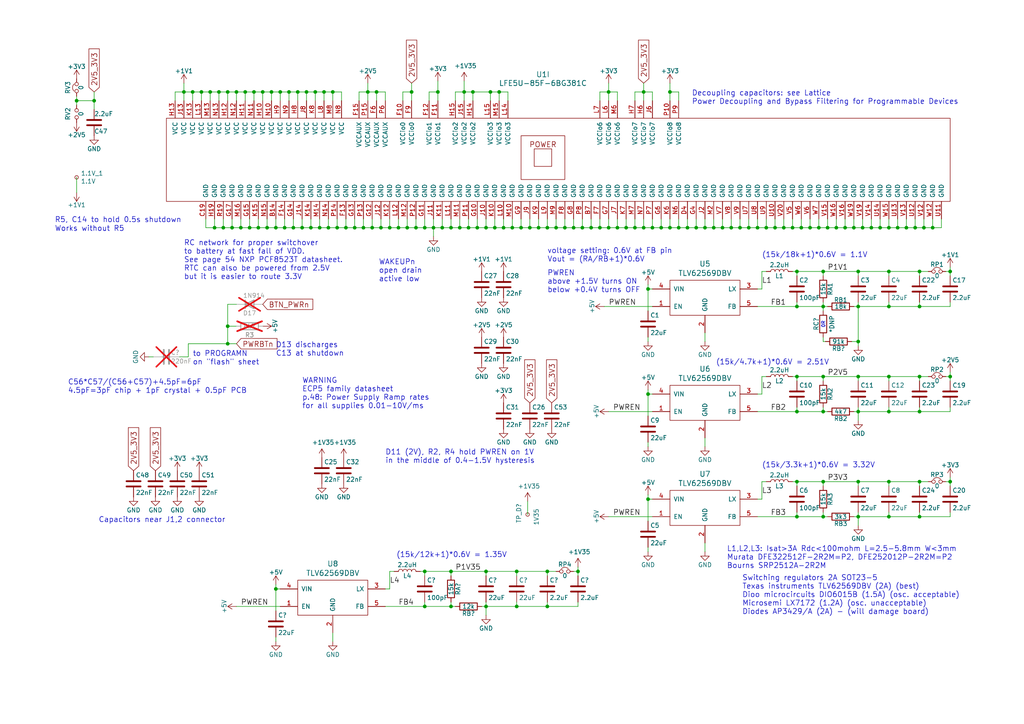
<source format=kicad_sch>
(kicad_sch (version 20231120) (generator "eeschema") (generator_version "8.0")
  (paper "A4")
  (title_block (title "${project_name}") (date "2025-03-12") (rev "${project_version}") (company "${project_creator}") (comment 1 "Power") (comment 2 "License: ${project_license}"))
  (junction (at 167.64 165.735))
  (junction (at 106.68 26.67))
  (junction (at 97.79 66.04))
  (junction (at 250.19 66.04))
  (junction (at 146.05 66.04))
  (junction (at 100.33 66.04))
  (junction (at 142.24 26.67))
  (junction (at 158.75 165.735))
  (junction (at 238.76 78.74))
  (junction (at 248.92 78.74))
  (junction (at 187.96 114.3))
  (junction (at 266.7 119.38))
  (junction (at 85.09 66.04))
  (junction (at 60.96 26.67))
  (junction (at 66.04 26.67))
  (junction (at 128.27 66.04))
  (junction (at 187.96 144.78))
  (junction (at 119.38 26.67))
  (junction (at 245.11 66.04))
  (junction (at 130.81 175.895))
  (junction (at 257.81 119.38))
  (junction (at 257.81 109.22))
  (junction (at 266.7 78.74))
  (junction (at 266.7 88.9))
  (junction (at 257.81 78.74))
  (junction (at 232.41 66.04))
  (junction (at 140.97 66.04))
  (junction (at 87.63 66.04))
  (junction (at 158.75 66.04))
  (junction (at 138.43 66.04))
  (junction (at 275.59 109.22))
  (junction (at 53.34 26.67))
  (junction (at 191.77 66.04))
  (junction (at 91.44 26.67))
  (junction (at 231.14 78.74))
  (junction (at 163.83 66.04))
  (junction (at 209.55 66.04))
  (junction (at 63.5 26.67))
  (junction (at 257.81 88.9))
  (junction (at 86.36 26.67))
  (junction (at 240.03 66.04))
  (junction (at 238.76 109.22))
  (junction (at 267.97 66.04))
  (junction (at 231.14 109.22))
  (junction (at 55.88 26.67))
  (junction (at 270.51 66.04))
  (junction (at 171.45 66.04))
  (junction (at 93.98 26.67))
  (junction (at 158.75 175.895))
  (junction (at 237.49 66.04))
  (junction (at 176.53 26.67))
  (junction (at 207.01 66.04))
  (junction (at 199.39 66.04))
  (junction (at 181.61 66.04))
  (junction (at 257.81 66.04))
  (junction (at 130.81 66.04))
  (junction (at 83.82 26.67))
  (junction (at 149.86 175.895))
  (junction (at 148.59 66.04))
  (junction (at 196.85 66.04))
  (junction (at 248.92 88.9))
  (junction (at 247.65 66.04))
  (junction (at 257.81 149.86))
  (junction (at 22.225 29.21))
  (junction (at 156.21 66.04))
  (junction (at 64.77 66.04))
  (junction (at 161.29 66.04))
  (junction (at 77.47 66.04))
  (junction (at 127 26.67))
  (junction (at 80.01 170.815))
  (junction (at 123.19 165.735))
  (junction (at 242.57 66.04))
  (junction (at 113.03 66.04))
  (junction (at 107.95 66.04))
  (junction (at 80.01 66.04))
  (junction (at 219.71 66.04))
  (junction (at 231.14 88.9))
  (junction (at 231.14 119.38))
  (junction (at 125.73 66.04))
  (junction (at 140.97 165.735))
  (junction (at 234.95 66.04))
  (junction (at 130.81 165.735))
  (junction (at 81.28 26.67))
  (junction (at 88.9 26.67))
  (junction (at 238.76 88.9))
  (junction (at 238.76 149.86))
  (junction (at 69.85 66.04))
  (junction (at 67.31 66.04))
  (junction (at 265.43 66.04))
  (junction (at 134.62 26.67))
  (junction (at 179.07 66.04))
  (junction (at 166.37 66.04))
  (junction (at 194.31 26.67))
  (junction (at 187.96 83.82))
  (junction (at 231.14 149.86))
  (junction (at 115.57 66.04))
  (junction (at 173.99 66.04))
  (junction (at 266.7 149.86))
  (junction (at 95.25 66.04))
  (junction (at 66.04 94.615))
  (junction (at 248.92 99.06))
  (junction (at 144.78 26.67))
  (junction (at 189.23 66.04))
  (junction (at 105.41 66.04))
  (junction (at 257.81 139.7))
  (junction (at 275.59 78.74))
  (junction (at 137.16 26.67))
  (junction (at 248.92 139.7))
  (junction (at 76.2 26.67))
  (junction (at 96.52 26.67))
  (junction (at 231.14 139.7))
  (junction (at 133.35 66.04))
  (junction (at 66.04 99.695))
  (junction (at 73.66 26.67))
  (junction (at 90.17 66.04))
  (junction (at 201.93 66.04))
  (junction (at 212.09 66.04))
  (junction (at 260.35 66.04))
  (junction (at 217.17 66.04))
  (junction (at 186.69 66.04))
  (junction (at 102.87 66.04))
  (junction (at 184.15 66.04))
  (junction (at 27.305 29.21))
  (junction (at 248.92 109.22))
  (junction (at 110.49 66.04))
  (junction (at 92.71 66.04))
  (junction (at 151.13 66.04))
  (junction (at 149.86 165.735))
  (junction (at 62.23 66.04))
  (junction (at 248.92 149.86))
  (junction (at 275.59 139.7))
  (junction (at 222.25 66.04))
  (junction (at 238.76 119.38))
  (junction (at 176.53 66.04))
  (junction (at 238.76 139.7))
  (junction (at 143.51 66.04))
  (junction (at 194.31 66.04))
  (junction (at 186.69 26.67))
  (junction (at 120.65 66.04))
  (junction (at 140.97 175.895))
  (junction (at 204.47 66.04))
  (junction (at 266.7 139.7))
  (junction (at 153.67 66.04))
  (junction (at 74.93 66.04))
  (junction (at 168.91 66.04))
  (junction (at 227.33 66.04))
  (junction (at 255.27 66.04))
  (junction (at 266.7 109.22))
  (junction (at 82.55 66.04))
  (junction (at 229.87 66.04))
  (junction (at 109.22 26.67))
  (junction (at 68.58 26.67))
  (junction (at 252.73 66.04))
  (junction (at 214.63 66.04))
  (junction (at 224.79 66.04))
  (junction (at 262.89 66.04))
  (junction (at 118.11 66.04))
  (junction (at 71.12 26.67))
  (junction (at 78.74 26.67))
  (junction (at 72.39 66.04))
  (junction (at 123.19 175.895))
  (junction (at 123.19 66.04))
  (junction (at 248.92 119.38))
  (junction (at 135.89 66.04))
  (junction (at 58.42 26.67))
  (wire (pts (xy 204.47 63.5) (xy 204.47 66.04)))
  (wire (pts (xy 87.63 66.04) (xy 90.17 66.04)))
  (wire (pts (xy 80.01 184.785) (xy 80.01 186.055)))
  (wire (pts (xy 247.015 99.06) (xy 248.92 99.06)))
  (wire (pts (xy 196.85 63.5) (xy 196.85 66.04)))
  (wire (pts (xy 187.96 82.55) (xy 187.96 83.82)))
  (wire (pts (xy 66.04 88.265) (xy 68.58 88.265)))
  (wire (pts (xy 96.52 26.67) (xy 99.06 26.67)))
  (wire (pts (xy 106.68 24.13) (xy 106.68 26.67)))
  (wire (pts (xy 245.11 63.5) (xy 245.11 66.04)))
  (wire (pts (xy 248.92 149.86) (xy 257.81 149.86)))
  (wire (pts (xy 184.15 26.67) (xy 186.69 26.67)))
  (wire (pts (xy 257.81 63.5) (xy 257.81 66.04)))
  (wire (pts (xy 166.37 165.735) (xy 167.64 165.735)))
  (wire (pts (xy 130.81 175.895) (xy 130.81 174.625)))
  (wire (pts (xy 199.39 66.04) (xy 201.93 66.04)))
  (wire (pts (xy 266.7 149.86) (xy 266.7 148.59)))
  (wire (pts (xy 120.65 63.5) (xy 120.65 66.04)))
  (wire (pts (xy 50.8 26.67) (xy 50.8 29.21)))
  (wire (pts (xy 222.25 63.5) (xy 222.25 66.04)))
  (wire (pts (xy 125.73 66.04) (xy 125.73 68.58)))
  (wire (pts (xy 118.11 66.04) (xy 120.65 66.04)))
  (wire (pts (xy 67.31 63.5) (xy 67.31 66.04)))
  (wire (pts (xy 187.96 83.82) (xy 189.23 83.82)))
  (wire (pts (xy 143.51 63.5) (xy 143.51 66.04)))
  (wire (pts (xy 248.92 139.7) (xy 248.92 140.97)))
  (wire (pts (xy 123.19 167.005) (xy 123.19 165.735)))
  (wire (pts (xy 80.01 170.815) (xy 80.01 177.165)))
  (wire (pts (xy 248.92 88.9) (xy 248.92 99.06)))
  (wire (pts (xy 91.44 26.67) (xy 93.98 26.67)))
  (wire (pts (xy 109.22 26.67) (xy 109.22 29.21)))
  (wire (pts (xy 133.35 63.5) (xy 133.35 66.04)))
  (wire (pts (xy 54.61 103.505) (xy 54.61 99.695)))
  (wire (pts (xy 224.79 66.04) (xy 227.33 66.04)))
  (wire (pts (xy 173.99 26.67) (xy 176.53 26.67)))
  (wire (pts (xy 105.41 63.5) (xy 105.41 66.04)))
  (wire (pts (xy 158.75 63.5) (xy 158.75 66.04)))
  (wire (pts (xy 266.7 139.7) (xy 269.24 139.7)))
  (wire (pts (xy 248.92 88.9) (xy 257.81 88.9)))
  (wire (pts (xy 219.71 63.5) (xy 219.71 66.04)))
  (wire (pts (xy 238.76 109.22) (xy 248.92 109.22)))
  (wire (pts (xy 158.75 66.04) (xy 161.29 66.04)))
  (wire (pts (xy 68.58 26.67) (xy 68.58 29.21)))
  (wire (pts (xy 80.01 63.5) (xy 80.01 66.04)))
  (wire (pts (xy 238.76 139.7) (xy 238.76 140.97)))
  (wire (pts (xy 189.23 26.67) (xy 189.23 29.21)))
  (wire (pts (xy 130.81 175.895) (xy 132.08 175.895)))
  (wire (pts (xy 133.35 66.04) (xy 135.89 66.04)))
  (wire (pts (xy 171.45 63.5) (xy 171.45 66.04)))
  (wire (pts (xy 134.62 26.67) (xy 137.16 26.67)))
  (wire (pts (xy 231.14 139.7) (xy 238.76 139.7)))
  (wire (pts (xy 135.89 63.5) (xy 135.89 66.04)))
  (wire (pts (xy 184.15 66.04) (xy 186.69 66.04)))
  (wire (pts (xy 78.74 26.67) (xy 81.28 26.67)))
  (wire (pts (xy 88.9 26.67) (xy 91.44 26.67)))
  (wire (pts (xy 265.43 63.5) (xy 265.43 66.04)))
  (wire (pts (xy 127 26.67) (xy 127 23.495)))
  (wire (pts (xy 66.04 94.615) (xy 66.04 99.695)))
  (wire (pts (xy 189.23 88.9) (xy 175.26 88.9)))
  (wire (pts (xy 187.96 143.51) (xy 187.96 144.78)))
  (wire (pts (xy 238.76 78.74) (xy 248.92 78.74)))
  (wire (pts (xy 82.55 63.5) (xy 82.55 66.04)))
  (wire (pts (xy 186.69 26.67) (xy 186.69 29.21)))
  (wire (pts (xy 140.97 175.895) (xy 149.86 175.895)))
  (wire (pts (xy 50.8 26.67) (xy 53.34 26.67)))
  (wire (pts (xy 247.65 88.9) (xy 248.92 88.9)))
  (wire (pts (xy 267.97 66.04) (xy 270.51 66.04)))
  (wire (pts (xy 144.78 26.67) (xy 144.78 29.21)))
  (wire (pts (xy 71.12 26.67) (xy 73.66 26.67)))
  (wire (pts (xy 140.97 165.735) (xy 140.97 167.005)))
  (wire (pts (xy 123.19 165.735) (xy 130.81 165.735)))
  (wire (pts (xy 201.93 66.04) (xy 204.47 66.04)))
  (wire (pts (xy 275.59 138.43) (xy 275.59 139.7)))
  (wire (pts (xy 217.17 63.5) (xy 217.17 66.04)))
  (wire (pts (xy 144.78 26.67) (xy 147.32 26.67)))
  (wire (pts (xy 191.77 66.04) (xy 194.31 66.04)))
  (wire (pts (xy 257.81 66.04) (xy 260.35 66.04)))
  (wire (pts (xy 257.81 88.9) (xy 266.7 88.9)))
  (wire (pts (xy 138.43 63.5) (xy 138.43 66.04)))
  (wire (pts (xy 64.77 66.04) (xy 67.31 66.04)))
  (wire (pts (xy 266.7 78.74) (xy 269.24 78.74)))
  (wire (pts (xy 106.68 26.67) (xy 106.68 29.21)))
  (wire (pts (xy 220.98 109.22) (xy 222.25 109.22)))
  (wire (pts (xy 73.66 26.67) (xy 73.66 29.21)))
  (wire (pts (xy 116.84 26.67) (xy 116.84 29.21)))
  (wire (pts (xy 248.92 78.74) (xy 248.92 80.01)))
  (wire (pts (xy 78.74 26.67) (xy 78.74 29.21)))
  (wire (pts (xy 27.305 26.67) (xy 27.305 29.21)))
  (wire (pts (xy 135.89 66.04) (xy 138.43 66.04)))
  (wire (pts (xy 63.5 26.67) (xy 63.5 29.21)))
  (wire (pts (xy 176.53 24.13) (xy 176.53 26.67)))
  (wire (pts (xy 238.76 97.79) (xy 238.76 99.06)))
  (wire (pts (xy 158.75 175.895) (xy 158.75 174.625)))
  (wire (pts (xy 109.22 26.67) (xy 111.76 26.67)))
  (wire (pts (xy 153.67 66.04) (xy 156.21 66.04)))
  (wire (pts (xy 100.33 63.5) (xy 100.33 66.04)))
  (wire (pts (xy 115.57 63.5) (xy 115.57 66.04)))
  (wire (pts (xy 146.05 63.5) (xy 146.05 66.04)))
  (wire (pts (xy 231.14 119.38) (xy 238.76 119.38)))
  (wire (pts (xy 88.9 26.67) (xy 88.9 29.21)))
  (wire (pts (xy 62.23 66.04) (xy 64.77 66.04)))
  (wire (pts (xy 242.57 66.04) (xy 245.11 66.04)))
  (wire (pts (xy 262.89 63.5) (xy 262.89 66.04)))
  (wire (pts (xy 181.61 66.04) (xy 184.15 66.04)))
  (wire (pts (xy 247.65 119.38) (xy 248.92 119.38)))
  (wire (pts (xy 72.39 66.04) (xy 74.93 66.04)))
  (wire (pts (xy 173.99 66.04) (xy 176.53 66.04)))
  (wire (pts (xy 194.31 63.5) (xy 194.31 66.04)))
  (wire (pts (xy 85.09 66.04) (xy 87.63 66.04)))
  (wire (pts (xy 107.95 66.04) (xy 110.49 66.04)))
  (wire (pts (xy 71.12 26.67) (xy 71.12 29.21)))
  (wire (pts (xy 95.25 63.5) (xy 95.25 66.04)))
  (wire (pts (xy 91.44 26.67) (xy 91.44 29.21)))
  (wire (pts (xy 171.45 66.04) (xy 173.99 66.04)))
  (wire (pts (xy 81.28 175.895) (xy 68.58 175.895)))
  (wire (pts (xy 266.7 139.7) (xy 266.7 140.97)))
  (wire (pts (xy 110.49 66.04) (xy 113.03 66.04)))
  (wire (pts (xy 248.92 109.22) (xy 248.92 110.49)))
  (wire (pts (xy 248.92 118.11) (xy 248.92 119.38)))
  (wire (pts (xy 189.23 119.38) (xy 176.53 119.38)))
  (wire (pts (xy 123.19 63.5) (xy 123.19 66.04)))
  (wire (pts (xy 123.19 175.895) (xy 130.81 175.895)))
  (wire (pts (xy 102.87 66.04) (xy 105.41 66.04)))
  (wire (pts (xy 204.47 127) (xy 204.47 129.54)))
  (wire (pts (xy 134.62 26.67) (xy 134.62 29.21)))
  (wire (pts (xy 248.92 100.33) (xy 248.92 99.06)))
  (wire (pts (xy 97.79 63.5) (xy 97.79 66.04)))
  (wire (pts (xy 22.225 29.21) (xy 22.225 30.48)))
  (wire (pts (xy 179.07 26.67) (xy 179.07 29.21)))
  (wire (pts (xy 266.7 149.86) (xy 275.59 149.86)))
  (wire (pts (xy 186.69 24.13) (xy 186.69 26.67)))
  (wire (pts (xy 220.98 114.3) (xy 219.71 114.3)))
  (wire (pts (xy 275.59 109.22) (xy 275.59 110.49)))
  (wire (pts (xy 113.03 165.735) (xy 113.03 170.815)))
  (wire (pts (xy 167.64 164.465) (xy 167.64 165.735)))
  (wire (pts (xy 166.37 63.5) (xy 166.37 66.04)))
  (wire (pts (xy 105.41 66.04) (xy 107.95 66.04)))
  (wire (pts (xy 260.35 63.5) (xy 260.35 66.04)))
  (wire (pts (xy 274.32 78.74) (xy 275.59 78.74)))
  (wire (pts (xy 119.38 26.67) (xy 119.38 29.21)))
  (wire (pts (xy 125.73 63.5) (xy 125.73 66.04)))
  (wire (pts (xy 119.38 24.13) (xy 119.38 26.67)))
  (wire (pts (xy 238.76 149.86) (xy 238.76 148.59)))
  (wire (pts (xy 266.7 78.74) (xy 266.7 80.01)))
  (wire (pts (xy 238.76 90.17) (xy 238.76 88.9)))
  (wire (pts (xy 238.76 119.38) (xy 238.76 118.11)))
  (wire (pts (xy 143.51 66.04) (xy 146.05 66.04)))
  (wire (pts (xy 111.76 26.67) (xy 111.76 29.21)))
  (wire (pts (xy 247.65 149.86) (xy 248.92 149.86)))
  (wire (pts (xy 158.75 175.895) (xy 167.64 175.895)))
  (wire (pts (xy 77.47 66.04) (xy 80.01 66.04)))
  (wire (pts (xy 123.19 66.04) (xy 125.73 66.04)))
  (wire (pts (xy 238.76 88.9) (xy 238.76 87.63)))
  (wire (pts (xy 262.89 66.04) (xy 265.43 66.04)))
  (wire (pts (xy 22.225 51.435) (xy 22.225 55.88)))
  (wire (pts (xy 83.82 26.67) (xy 83.82 29.21)))
  (wire (pts (xy 93.98 26.67) (xy 96.52 26.67)))
  (wire (pts (xy 80.01 170.815) (xy 81.28 170.815)))
  (wire (pts (xy 196.85 66.04) (xy 199.39 66.04)))
  (wire (pts (xy 275.59 149.86) (xy 275.59 148.59)))
  (wire (pts (xy 219.71 119.38) (xy 231.14 119.38)))
  (wire (pts (xy 58.42 26.67) (xy 60.96 26.67)))
  (wire (pts (xy 275.59 119.38) (xy 275.59 118.11)))
  (wire (pts (xy 231.14 148.59) (xy 231.14 149.86)))
  (wire (pts (xy 270.51 66.04) (xy 273.05 66.04)))
  (wire (pts (xy 238.76 88.9) (xy 240.03 88.9)))
  (wire (pts (xy 53.34 26.67) (xy 53.34 29.21)))
  (wire (pts (xy 229.87 63.5) (xy 229.87 66.04)))
  (wire (pts (xy 194.31 26.67) (xy 196.85 26.67)))
  (wire (pts (xy 187.96 113.03) (xy 187.96 114.3)))
  (wire (pts (xy 270.51 63.5) (xy 270.51 66.04)))
  (wire (pts (xy 120.65 66.04) (xy 123.19 66.04)))
  (wire (pts (xy 76.2 26.67) (xy 76.2 29.21)))
  (wire (pts (xy 248.92 148.59) (xy 248.92 149.86)))
  (wire (pts (xy 113.03 66.04) (xy 115.57 66.04)))
  (wire (pts (xy 194.31 24.13) (xy 194.31 26.67)))
  (wire (pts (xy 149.86 175.895) (xy 158.75 175.895)))
  (wire (pts (xy 238.76 78.74) (xy 238.76 80.01)))
  (wire (pts (xy 250.19 66.04) (xy 252.73 66.04)))
  (wire (pts (xy 231.14 88.9) (xy 238.76 88.9)))
  (wire (pts (xy 187.96 97.79) (xy 187.96 99.06)))
  (wire (pts (xy 95.25 66.04) (xy 97.79 66.04)))
  (wire (pts (xy 173.99 63.5) (xy 173.99 66.04)))
  (wire (pts (xy 149.86 165.735) (xy 158.75 165.735)))
  (wire (pts (xy 161.29 66.04) (xy 163.83 66.04)))
  (wire (pts (xy 229.87 66.04) (xy 232.41 66.04)))
  (wire (pts (xy 238.76 99.06) (xy 239.395 99.06)))
  (wire (pts (xy 124.46 26.67) (xy 127 26.67)))
  (wire (pts (xy 248.92 139.7) (xy 257.81 139.7)))
  (wire (pts (xy 231.14 149.86) (xy 238.76 149.86)))
  (wire (pts (xy 106.68 26.67) (xy 109.22 26.67)))
  (wire (pts (xy 204.47 157.48) (xy 204.47 160.02)))
  (wire (pts (xy 113.03 63.5) (xy 113.03 66.04)))
  (wire (pts (xy 137.16 26.67) (xy 137.16 29.21)))
  (wire (pts (xy 60.96 26.67) (xy 63.5 26.67)))
  (wire (pts (xy 252.73 63.5) (xy 252.73 66.04)))
  (wire (pts (xy 115.57 66.04) (xy 118.11 66.04)))
  (wire (pts (xy 97.79 66.04) (xy 100.33 66.04)))
  (wire (pts (xy 196.85 26.67) (xy 196.85 29.21)))
  (wire (pts (xy 220.98 139.7) (xy 220.98 144.78)))
  (wire (pts (xy 275.59 77.47) (xy 275.59 78.74)))
  (wire (pts (xy 275.59 78.74) (xy 275.59 80.01)))
  (wire (pts (xy 229.87 78.74) (xy 231.14 78.74)))
  (wire (pts (xy 181.61 63.5) (xy 181.61 66.04)))
  (wire (pts (xy 140.97 66.04) (xy 143.51 66.04)))
  (wire (pts (xy 257.81 149.86) (xy 257.81 148.59)))
  (wire (pts (xy 257.81 109.22) (xy 257.81 110.49)))
  (wire (pts (xy 128.27 66.04) (xy 130.81 66.04)))
  (wire (pts (xy 93.98 26.67) (xy 93.98 29.21)))
  (wire (pts (xy 255.27 66.04) (xy 257.81 66.04)))
  (wire (pts (xy 266.7 109.22) (xy 266.7 110.49)))
  (wire (pts (xy 60.96 26.67) (xy 60.96 29.21)))
  (wire (pts (xy 187.96 128.27) (xy 187.96 129.54)))
  (wire (pts (xy 186.69 26.67) (xy 189.23 26.67)))
  (wire (pts (xy 130.81 66.04) (xy 133.35 66.04)))
  (wire (pts (xy 92.71 66.04) (xy 95.25 66.04)))
  (wire (pts (xy 63.5 26.67) (xy 66.04 26.67)))
  (wire (pts (xy 68.58 26.67) (xy 71.12 26.67)))
  (wire (pts (xy 231.14 78.74) (xy 238.76 78.74)))
  (wire (pts (xy 248.92 119.38) (xy 248.92 121.92)))
  (wire (pts (xy 186.69 66.04) (xy 189.23 66.04)))
  (wire (pts (xy 234.95 66.04) (xy 237.49 66.04)))
  (wire (pts (xy 116.84 26.67) (xy 119.38 26.67)))
  (wire (pts (xy 257.81 119.38) (xy 257.81 118.11)))
  (wire (pts (xy 176.53 63.5) (xy 176.53 66.04)))
  (wire (pts (xy 149.86 175.895) (xy 149.86 174.625)))
  (wire (pts (xy 163.83 66.04) (xy 166.37 66.04)))
  (wire (pts (xy 140.97 63.5) (xy 140.97 66.04)))
  (wire (pts (xy 168.91 66.04) (xy 171.45 66.04)))
  (wire (pts (xy 267.97 63.5) (xy 267.97 66.04)))
  (wire (pts (xy 238.76 139.7) (xy 248.92 139.7)))
  (wire (pts (xy 121.92 165.735) (xy 123.19 165.735)))
  (wire (pts (xy 130.81 165.735) (xy 130.81 167.005)))
  (wire (pts (xy 22.225 29.21) (xy 27.305 29.21)))
  (wire (pts (xy 257.81 78.74) (xy 266.7 78.74)))
  (wire (pts (xy 187.96 114.3) (xy 189.23 114.3)))
  (wire (pts (xy 275.59 107.95) (xy 275.59 109.22)))
  (wire (pts (xy 53.34 26.67) (xy 55.88 26.67)))
  (wire (pts (xy 176.53 66.04) (xy 179.07 66.04)))
  (wire (pts (xy 260.35 66.04) (xy 262.89 66.04)))
  (wire (pts (xy 99.06 26.67) (xy 99.06 29.21)))
  (wire (pts (xy 247.65 63.5) (xy 247.65 66.04)))
  (wire (pts (xy 167.64 165.735) (xy 167.64 167.005)))
  (wire (pts (xy 257.81 139.7) (xy 266.7 139.7)))
  (wire (pts (xy 100.33 66.04) (xy 102.87 66.04)))
  (wire (pts (xy 142.24 26.67) (xy 142.24 29.21)))
  (wire (pts (xy 273.05 66.04) (xy 273.05 63.5)))
  (wire (pts (xy 194.31 66.04) (xy 196.85 66.04)))
  (wire (pts (xy 139.7 175.895) (xy 140.97 175.895)))
  (wire (pts (xy 187.96 144.78) (xy 187.96 151.13)))
  (wire (pts (xy 142.24 26.67) (xy 144.78 26.67)))
  (wire (pts (xy 232.41 63.5) (xy 232.41 66.04)))
  (wire (pts (xy 158.75 165.735) (xy 158.75 167.005)))
  (wire (pts (xy 252.73 66.04) (xy 255.27 66.04)))
  (wire (pts (xy 27.305 29.21) (xy 27.305 31.75)))
  (wire (pts (xy 80.01 66.04) (xy 82.55 66.04)))
  (wire (pts (xy 59.69 63.5) (xy 59.69 66.04)))
  (wire (pts (xy 130.81 63.5) (xy 130.81 66.04)))
  (wire (pts (xy 86.36 26.67) (xy 88.9 26.67)))
  (wire (pts (xy 74.93 66.04) (xy 77.47 66.04)))
  (wire (pts (xy 77.47 63.5) (xy 77.47 66.04)))
  (wire (pts (xy 127 26.67) (xy 127 29.21)))
  (wire (pts (xy 173.99 26.67) (xy 173.99 29.21)))
  (wire (pts (xy 168.91 63.5) (xy 168.91 66.04)))
  (wire (pts (xy 204.47 96.52) (xy 204.47 99.06)))
  (wire (pts (xy 255.27 63.5) (xy 255.27 66.04)))
  (wire (pts (xy 140.97 165.735) (xy 149.86 165.735)))
  (wire (pts (xy 234.95 63.5) (xy 234.95 66.04)))
  (wire (pts (xy 229.87 139.7) (xy 231.14 139.7)))
  (wire (pts (xy 124.46 26.67) (xy 124.46 29.21)))
  (wire (pts (xy 265.43 66.04) (xy 267.97 66.04)))
  (wire (pts (xy 248.92 78.74) (xy 257.81 78.74)))
  (wire (pts (xy 257.81 149.86) (xy 266.7 149.86)))
  (wire (pts (xy 219.71 66.04) (xy 222.25 66.04)))
  (wire (pts (xy 92.71 63.5) (xy 92.71 66.04)))
  (wire (pts (xy 266.7 119.38) (xy 275.59 119.38)))
  (wire (pts (xy 257.81 119.38) (xy 266.7 119.38)))
  (wire (pts (xy 128.27 63.5) (xy 128.27 66.04)))
  (wire (pts (xy 189.23 63.5) (xy 189.23 66.04)))
  (wire (pts (xy 222.25 66.04) (xy 224.79 66.04)))
  (wire (pts (xy 189.23 66.04) (xy 191.77 66.04)))
  (wire (pts (xy 90.17 63.5) (xy 90.17 66.04)))
  (wire (pts (xy 96.52 26.67) (xy 96.52 29.21)))
  (wire (pts (xy 66.04 94.615) (xy 68.58 94.615)))
  (wire (pts (xy 151.13 63.5) (xy 151.13 66.04)))
  (wire (pts (xy 153.67 63.5) (xy 153.67 66.04)))
  (wire (pts (xy 110.49 63.5) (xy 110.49 66.04)))
  (wire (pts (xy 81.28 26.67) (xy 81.28 29.21)))
  (wire (pts (xy 22.225 29.21) (xy 22.225 27.94)))
  (wire (pts (xy 257.81 88.9) (xy 257.81 87.63)))
  (wire (pts (xy 148.59 63.5) (xy 148.59 66.04)))
  (wire (pts (xy 207.01 66.04) (xy 209.55 66.04)))
  (wire (pts (xy 52.07 103.505) (xy 54.61 103.505)))
  (wire (pts (xy 137.16 26.67) (xy 142.24 26.67)))
  (wire (pts (xy 130.81 165.735) (xy 140.97 165.735)))
  (wire (pts (xy 132.08 26.67) (xy 134.62 26.67)))
  (wire (pts (xy 248.92 119.38) (xy 257.81 119.38)))
  (wire (pts (xy 187.96 158.75) (xy 187.96 160.02)))
  (wire (pts (xy 76.2 26.67) (xy 78.74 26.67)))
  (wire (pts (xy 102.87 63.5) (xy 102.87 66.04)))
  (wire (pts (xy 187.96 114.3) (xy 187.96 120.65)))
  (wire (pts (xy 227.33 63.5) (xy 227.33 66.04)))
  (wire (pts (xy 187.96 83.82) (xy 187.96 90.17)))
  (wire (pts (xy 266.7 109.22) (xy 269.24 109.22)))
  (wire (pts (xy 111.76 175.895) (xy 123.19 175.895)))
  (wire (pts (xy 73.66 26.67) (xy 76.2 26.67)))
  (wire (pts (xy 220.98 78.74) (xy 222.25 78.74)))
  (wire (pts (xy 179.07 63.5) (xy 179.07 66.04)))
  (wire (pts (xy 237.49 66.04) (xy 240.03 66.04)))
  (wire (pts (xy 248.92 109.22) (xy 257.81 109.22)))
  (wire (pts (xy 66.04 99.695) (xy 54.61 99.695)))
  (wire (pts (xy 123.19 174.625) (xy 123.19 175.895)))
  (wire (pts (xy 257.81 109.22) (xy 266.7 109.22)))
  (wire (pts (xy 83.82 26.67) (xy 86.36 26.67)))
  (wire (pts (xy 55.88 26.67) (xy 55.88 29.21)))
  (wire (pts (xy 214.63 66.04) (xy 217.17 66.04)))
  (wire (pts (xy 189.23 149.86) (xy 176.53 149.86)))
  (wire (pts (xy 209.55 63.5) (xy 209.55 66.04)))
  (wire (pts (xy 80.01 169.545) (xy 80.01 170.815)))
  (wire (pts (xy 107.95 63.5) (xy 107.95 66.04)))
  (wire (pts (xy 194.31 26.67) (xy 194.31 29.21)))
  (wire (pts (xy 207.01 63.5) (xy 207.01 66.04)))
  (wire (pts (xy 58.42 26.67) (xy 58.42 29.21)))
  (wire (pts (xy 187.96 144.78) (xy 189.23 144.78)))
  (wire (pts (xy 66.04 88.265) (xy 66.04 94.615)))
  (wire (pts (xy 113.03 170.815) (xy 111.76 170.815)))
  (wire (pts (xy 220.98 144.78) (xy 219.71 144.78)))
  (wire (pts (xy 231.14 87.63) (xy 231.14 88.9)))
  (wire (pts (xy 81.28 26.67) (xy 83.82 26.67)))
  (wire (pts (xy 96.52 183.515) (xy 96.52 186.055)))
  (wire (pts (xy 156.21 66.04) (xy 158.75 66.04)))
  (wire (pts (xy 90.17 66.04) (xy 92.71 66.04)))
  (wire (pts (xy 214.63 63.5) (xy 214.63 66.04)))
  (wire (pts (xy 140.97 174.625) (xy 140.97 175.895)))
  (wire (pts (xy 220.98 139.7) (xy 222.25 139.7)))
  (wire (pts (xy 148.59 66.04) (xy 151.13 66.04)))
  (wire (pts (xy 247.65 66.04) (xy 250.19 66.04)))
  (wire (pts (xy 199.39 63.5) (xy 199.39 66.04)))
  (wire (pts (xy 231.14 110.49) (xy 231.14 109.22)))
  (wire (pts (xy 275.59 139.7) (xy 275.59 140.97)))
  (wire (pts (xy 220.98 83.82) (xy 219.71 83.82)))
  (wire (pts (xy 64.77 63.5) (xy 64.77 66.04)))
  (wire (pts (xy 167.64 175.895) (xy 167.64 174.625)))
  (wire (pts (xy 245.11 66.04) (xy 247.65 66.04)))
  (wire (pts (xy 186.69 63.5) (xy 186.69 66.04)))
  (wire (pts (xy 266.7 88.9) (xy 266.7 87.63)))
  (wire (pts (xy 191.77 63.5) (xy 191.77 66.04)))
  (wire (pts (xy 62.23 63.5) (xy 62.23 66.04)))
  (wire (pts (xy 266.7 88.9) (xy 275.59 88.9)))
  (wire (pts (xy 231.14 109.22) (xy 238.76 109.22)))
  (wire (pts (xy 240.03 66.04) (xy 242.57 66.04)))
  (wire (pts (xy 86.36 26.67) (xy 86.36 29.21)))
  (wire (pts (xy 43.18 103.505) (xy 44.45 103.505)))
  (wire (pts (xy 149.86 165.735) (xy 149.86 167.005)))
  (wire (pts (xy 132.08 26.67) (xy 132.08 29.21)))
  (wire (pts (xy 238.76 119.38) (xy 240.03 119.38)))
  (wire (pts (xy 248.92 87.63) (xy 248.92 88.9)))
  (wire (pts (xy 158.75 165.735) (xy 161.29 165.735)))
  (wire (pts (xy 125.73 66.04) (xy 128.27 66.04)))
  (wire (pts (xy 212.09 66.04) (xy 214.63 66.04)))
  (wire (pts (xy 176.53 26.67) (xy 179.07 26.67)))
  (wire (pts (xy 231.14 140.97) (xy 231.14 139.7)))
  (wire (pts (xy 166.37 66.04) (xy 168.91 66.04)))
  (wire (pts (xy 161.29 63.5) (xy 161.29 66.04)))
  (wire (pts (xy 231.14 118.11) (xy 231.14 119.38)))
  (wire (pts (xy 242.57 63.5) (xy 242.57 66.04)))
  (wire (pts (xy 138.43 66.04) (xy 140.97 66.04)))
  (wire (pts (xy 69.85 63.5) (xy 69.85 66.04)))
  (wire (pts (xy 87.63 63.5) (xy 87.63 66.04)))
  (wire (pts (xy 220.98 78.74) (xy 220.98 83.82)))
  (wire (pts (xy 238.76 109.22) (xy 238.76 110.49)))
  (wire (pts (xy 219.71 88.9) (xy 231.14 88.9)))
  (wire (pts (xy 118.11 63.5) (xy 118.11 66.04)))
  (wire (pts (xy 220.98 109.22) (xy 220.98 114.3)))
  (wire (pts (xy 227.33 66.04) (xy 229.87 66.04)))
  (wire (pts (xy 219.71 149.86) (xy 231.14 149.86)))
  (wire (pts (xy 217.17 66.04) (xy 219.71 66.04)))
  (wire (pts (xy 69.85 66.04) (xy 72.39 66.04)))
  (wire (pts (xy 232.41 66.04) (xy 234.95 66.04)))
  (wire (pts (xy 104.14 26.67) (xy 106.68 26.67)))
  (wire (pts (xy 229.87 109.22) (xy 231.14 109.22)))
  (wire (pts (xy 66.04 26.67) (xy 68.58 26.67)))
  (wire (pts (xy 176.53 26.67) (xy 176.53 29.21)))
  (wire (pts (xy 59.69 66.04) (xy 62.23 66.04)))
  (wire (pts (xy 266.7 119.38) (xy 266.7 118.11)))
  (wire (pts (xy 156.21 63.5) (xy 156.21 66.04)))
  (wire (pts (xy 179.07 66.04) (xy 181.61 66.04)))
  (wire (pts (xy 85.09 63.5) (xy 85.09 66.04)))
  (wire (pts (xy 66.04 99.695) (xy 68.58 99.695)))
  (wire (pts (xy 209.55 66.04) (xy 212.09 66.04)))
  (wire (pts (xy 146.05 66.04) (xy 148.59 66.04)))
  (wire (pts (xy 104.14 29.21) (xy 104.14 26.67)))
  (wire (pts (xy 274.32 139.7) (xy 275.59 139.7)))
  (wire (pts (xy 240.03 63.5) (xy 240.03 66.04)))
  (wire (pts (xy 53.34 24.13) (xy 53.34 26.67)))
  (wire (pts (xy 113.03 165.735) (xy 114.3 165.735)))
  (wire (pts (xy 184.15 63.5) (xy 184.15 66.04)))
  (wire (pts (xy 74.93 63.5) (xy 74.93 66.04)))
  (wire (pts (xy 134.62 23.495) (xy 134.62 26.67)))
  (wire (pts (xy 82.55 66.04) (xy 85.09 66.04)))
  (wire (pts (xy 250.19 63.5) (xy 250.19 66.04)))
  (wire (pts (xy 257.81 78.74) (xy 257.81 80.01)))
  (wire (pts (xy 184.15 26.67) (xy 184.15 29.21)))
  (wire (pts (xy 153.035 149.225) (xy 153.035 145.415)))
  (wire (pts (xy 248.92 149.86) (xy 248.92 152.4)))
  (wire (pts (xy 231.14 80.01) (xy 231.14 78.74)))
  (wire (pts (xy 66.04 26.67) (xy 66.04 29.21)))
  (wire (pts (xy 237.49 63.5) (xy 237.49 66.04)))
  (wire (pts (xy 212.09 63.5) (xy 212.09 66.04)))
  (wire (pts (xy 163.83 63.5) (xy 163.83 66.04)))
  (wire (pts (xy 238.76 149.86) (xy 240.03 149.86)))
  (wire (pts (xy 67.31 66.04) (xy 69.85 66.04)))
  (wire (pts (xy 140.97 175.895) (xy 140.97 178.435)))
  (wire (pts (xy 151.13 66.04) (xy 153.67 66.04)))
  (wire (pts (xy 55.88 26.67) (xy 58.42 26.67)))
  (wire (pts (xy 257.81 139.7) (xy 257.81 140.97)))
  (wire (pts (xy 275.59 88.9) (xy 275.59 87.63)))
  (wire (pts (xy 204.47 66.04) (xy 207.01 66.04)))
  (wire (pts (xy 224.79 63.5) (xy 224.79 66.04)))
  (wire (pts (xy 147.32 26.67) (xy 147.32 29.21)))
  (wire (pts (xy 274.32 109.22) (xy 275.59 109.22)))
  (wire (pts (xy 72.39 63.5) (xy 72.39 66.04)))
  (wire (pts (xy 201.93 63.5) (xy 201.93 66.04)))
  (text "0R" (at 239.395 95.25 90) (effects (font (size 0.9906 0.9906)) (justify left bottom)))
  (text "WAKEUPn\nopen drain \nactive low" (at 109.855 81.915 0) (effects (font (size 1.524 1.524)) (justify left bottom)))
  (text "(15k/4.7k+1)*0.6V = 2.51V\n" (at 207.645 106.045 0) (effects (font (size 1.524 1.524)) (justify left bottom)))
  (text "L1,L2,L3: Isat>3A Rdc<100mohm L=2.5-5.8mm W<3mm\nMurata DFE322512F-2R2M=P2, DFE252012P-2R2M=P2\nBourns SRP2512A-2R2M" (at 210.82 165.1 0) (effects (font (size 1.524 1.524)) (justify left bottom)))
  (text "C56*C57/(C56+C57)+4.5pF=6pF\n4.5pF=3pF chip + 1pF crystal + 0.5pF PCB" (at 19.685 114.3 0) (effects (font (size 1.524 1.524)) (justify left bottom)))
  (text "(15k/18k+1)*0.6V = 1.1V\n" (at 220.98 74.93 0) (effects (font (size 1.524 1.524)) (justify left bottom)))
  (text "R5, C14 to hold 0.5s shutdown" (at 15.875 64.77 0) (effects (font (size 1.524 1.524)) (justify left bottom)))
  (text "PWREN\nabove +1.5V turns ON\nbelow +0.4V turns OFF" (at 158.75 85.09 0) (effects (font (size 1.524 1.524)) (justify left bottom)))
  (text "Capacitors near J1,2 connector" (at 28.575 151.765 0) (effects (font (size 1.524 1.524)) (justify left bottom)))
  (text "D13 discharges\nC13 at shutdown" (at 80.01 103.505 0) (effects (font (size 1.524 1.524)) (justify left bottom)))
  (text "voltage setting: 0.6V at FB pin\nVout = (RA/RB+1)*0.6V\n" (at 158.75 76.2 0) (effects (font (size 1.524 1.524)) (justify left bottom)))
  (text "D11 (2V), R2, R4 hold PWREN on 1V\nin the middle of 0.4-1.5V hysteresis" (at 111.76 134.62 0) (effects (font (size 1.524 1.524)) (justify left bottom)))
  (text "WARNING\nECP5 family datasheet\np.48: Power Supply Ramp rates\nfor all supplies 0.01-10V/ms\n" (at 87.63 118.745 0) (effects (font (size 1.524 1.524)) (justify left bottom)))
  (text "Works without R5" (at 15.875 67.31 0) (effects (font (size 1.524 1.524)) (justify left bottom)))
  (text "(15k/12k+1)*0.6V = 1.35V\n" (at 114.935 161.925 0) (effects (font (size 1.524 1.524)) (justify left bottom)))
  (text "Switching regulators 2A SOT23-5\nTexas instruments TLV62569DBV (2A) (best)\nDioo microcircuits DIO6015B (1.5A) (osc. acceptable)\nMicrosemi LX7172 (1.2A) (osc. unacceptable)\nDiodes AP3429/A (2A) - (will damage board)\n" (at 215.265 178.435 0) (effects (font (size 1.524 1.524)) (justify left bottom)))
  (text "(15k/3.3k+1)*0.6V = 3.32V\n" (at 220.98 135.89 0) (effects (font (size 1.524 1.524)) (justify left bottom)))
  (text "RC network for proper switchover\nto battery at fast fall of VDD.\nSee page 54 NXP PCF8523T datasheet.\nRTC can also be powered from 2.5V\nbut it is easier to route 3.3V" (at 53.34 81.28 0) (effects (font (size 1.524 1.524)) (justify left bottom)))
  (text "to PROGRAMN\non \"flash\" sheet" (at 55.88 106.045 0) (effects (font (size 1.524 1.524)) (justify left bottom)))
  (text "Decoupling capacitors: see Lattice\nPower Decoupling and Bypass Filtering for Programmable Devices" (at 200.66 30.48 0) (effects (font (size 1.524 1.524)) (justify left bottom)))
  (label "L3" (at 220.98 143.51 0) (effects (font (size 1.524 1.524))))
  (label "FB2" (at 223.52 119.38 0) (effects (font (size 1.524 1.524))))
  (label "P2V5" (at 240.03 109.22 0) (effects (font (size 1.524 1.524))))
  (label "PWREN" (at 177.8 119.38 0) (effects (font (size 1.524 1.524))))
  (label "PWREN" (at 177.8 149.86 0) (effects (font (size 1.524 1.524))))
  (label "P1V35" (at 132.08 165.735 0) (effects (font (size 1.524 1.524))))
  (label "FB1" (at 223.52 88.9 0) (effects (font (size 1.524 1.524))))
  (label "L4" (at 113.03 169.545 0) (effects (font (size 1.524 1.524))))
  (label "FB4" (at 115.57 175.895 0) (effects (font (size 1.524 1.524))))
  (label "L1" (at 220.98 82.55 0) (effects (font (size 1.524 1.524))))
  (label "P1V1" (at 240.03 78.74 0) (effects (font (size 1.524 1.524))))
  (label "P3V3" (at 240.03 139.7 0) (effects (font (size 1.524 1.524))))
  (label "PWREN" (at 176.53 88.9 0) (effects (font (size 1.524 1.524))))
  (label "L2" (at 220.98 113.03 0) (effects (font (size 1.524 1.524))))
  (label "PWREN" (at 69.85 175.895 0) (effects (font (size 1.524 1.524))))
  (label "FB3" (at 223.52 149.86 0) (effects (font (size 1.524 1.524))))
  (global_label "2V5_3V3" (shape input) (at 160.02 116.84 90) (effects (font (size 1.524 1.524))) (property "Intersheetrefs" "${INTERSHEET_REFS}" (effects (hide yes))))
  (global_label "2V5_3V3" (shape input) (at 27.305 26.67 90) (effects (font (size 1.524 1.524))) (property "Intersheetrefs" "${INTERSHEET_REFS}" (effects (hide yes))))
  (global_label "2V5_3V3" (shape input) (at 186.69 24.13 90) (effects (font (size 1.524 1.524))) (property "Intersheetrefs" "${INTERSHEET_REFS}" (effects (hide yes))))
  (global_label "PWRBTn" (shape input) (at 68.58 99.695 0) (effects (font (size 1.524 1.524))) (property "Intersheetrefs" "${INTERSHEET_REFS}" (effects (hide yes))))
  (global_label "2V5_3V3" (shape input) (at 153.67 116.84 90) (effects (font (size 1.524 1.524))) (property "Intersheetrefs" "${INTERSHEET_REFS}" (effects (hide yes))))
  (global_label "BTN_PWRn" (shape input) (at 76.2 88.265 0) (effects (font (size 1.524 1.524))) (property "Intersheetrefs" "${INTERSHEET_REFS}" (effects (hide yes))))
  (global_label "2V5_3V3" (shape input) (at 119.38 24.13 90) (effects (font (size 1.524 1.524))) (property "Intersheetrefs" "${INTERSHEET_REFS}" (effects (hide yes))))
  (global_label "2V5_3V3" (shape input) (at 45.085 136.525 90) (effects (font (size 1.524 1.524))) (property "Intersheetrefs" "${INTERSHEET_REFS}" (effects (hide yes))))
  (global_label "2V5_3V3" (shape input) (at 38.735 136.525 90) (effects (font (size 1.524 1.524))) (property "Intersheetrefs" "${INTERSHEET_REFS}" (effects (hide yes))))
  (symbol (lib_id "ulx4m-rescue:GND-power") (at 125.73 68.58 0) (unit 1)
    (property "Reference" "#PWR045" (effects (hide yes)))
    (property "Value" "GND" (at 125.73 72.39 0))
  )
  (symbol (lib_id "ulx4m-rescue:GND-power") (at 204.47 99.06 0) (unit 1)
    (property "Reference" "#PWR072" (effects (hide yes)))
    (property "Value" "GND" (at 204.47 102.87 0))
  )
  (symbol (lib_id "ulx4m-rescue:+5V-power") (at 187.96 82.55 0) (unit 1)
    (property "Reference" "#PWR065" (effects (hide yes)))
    (property "Value" "+5V" (at 187.96 78.994 0))
  )
  (symbol (lib_id "ulx4m-rescue:GND-power") (at 187.96 99.06 0) (unit 1)
    (property "Reference" "#PWR066" (effects (hide yes)))
    (property "Value" "GND" (at 187.96 102.87 0))
  )
  (symbol (lib_id "Device:C") (at 187.96 93.98 0) (unit 1)
    (property "Reference" "C1" (at 188.595 91.44 0) (effects (justify left)))
    (property "Value" "22uF" (at 188.595 96.52 0) (effects (justify left)))
    (property "Footprint" "Capacitor_SMD:C_0603_1608Metric" (effects (hide yes)))
    (property "MPN" "CC0805ZKY5V5BB226 " (effects (hide yes)))
    (property "Mouser" "81-GRM21BR61A226ME1L" (effects (hide yes)))
    (property "Mouse_r2" "81-GRM21BR61A226ME1K" (effects (hide yes)))
    (property "Mouse_r3" "81-GRM219R61C226ME5L" (effects (hide yes)))
    (property "Mouse_r4" "81-GRM188C60J226ME0J" (effects (hide yes)))
    (property "Mouse_r5" "963-LMK212BBJ226MG-T" (effects (hide yes)))
    (property "Digikey" "1276-2413-1-ND" (effects (hide yes)))
    (property "Digike_y2" "1276-2412-1-ND" (effects (hide yes)))
    (property "Newark" "08P5169" (effects (hide yes)))
    (property "LCSC" "C29277" (effects (hide yes)))
    (property "Koncar" "FC004" (effects (hide yes)))
  )
  (symbol (lib_id "Device:C") (at 231.14 83.82 0) (unit 1)
    (property "Reference" "C2" (at 231.775 81.28 0) (effects (justify left)))
    (property "Value" "100pF" (at 231.775 86.36 0) (effects (justify left)))
    (property "Footprint" "Capacitor_SMD:C_0402_1005Metric" (effects (hide yes)))
    (property "MNF1_URL" "www.yageo.com" (effects (hide yes)))
    (property "MPN" "CS0603KRX7R9BB471" (effects (hide yes)))
    (property "Mouser" "581-06035A101JAT4A" (effects (hide yes)))
    (property "Mouse_r1" "710-885012206081" (effects (hide yes)))
    (property "Mouse_r2" "603-CS0603KRX79BB471" (effects (hide yes)))
    (property "Mouse_r3" "603-CC603JRNPO9BN101" (effects (hide yes)))
    (property "Mouse_r4" "603-CC603KRX7R9BB471 " (effects (hide yes)))
    (property "Digikey" "311-4078-1-ND" (effects (hide yes)))
    (property "Digike_y2" "399-9086-1-ND" (effects (hide yes)))
    (property "Newark" "38K9273" (effects (hide yes)))
    (property "LCSC" "C14665" (effects (hide yes)))
    (property "LCS_C2" "C22396" (effects (hide yes)))
    (property "Koncar" "FC006" (effects (hide yes)))
  )
  (symbol (lib_id "Device:R") (at 238.76 83.82 0) (unit 1)
    (property "Reference" "RA1" (at 240.792 83.82 90))
    (property "Value" "15k" (at 238.76 83.82 90))
    (property "Footprint" "Resistor_SMD:R_0402_1005Metric" (effects (hide yes)))
    (property "MNF1_URL" "www.yageo.com" (effects (hide yes)))
    (property "MPN" "RC0603FR-1015KL" (effects (hide yes)))
  )
  (symbol (lib_id "Device:R") (at 243.84 88.9 270) (unit 1)
    (property "Reference" "RB1" (at 243.84 86.995 90))
    (property "Value" "18k" (at 243.84 88.9 90))
    (property "Footprint" "Resistor_SMD:R_0402_1005Metric" (effects (hide yes)))
    (property "MNF1_URL" "www.yageo.com" (effects (hide yes)))
    (property "MPN" "RC0603FR-1018KL" (effects (hide yes)))
    (property "Mouser" "71-CRCW060318K0FKEAC" (effects (hide yes)))
    (property "Digikey" " 311-18.0KHRCT-ND" (effects (hide yes)))
    (property "Newark" "94X1474" (effects (hide yes)))
    (property "LCSC" "C425614" (effects (hide yes)))
    (property "Koncar" "FR006" (effects (hide yes)))
  )
  (symbol (lib_id "ulx4m-rescue:GND-power") (at 248.92 100.33 0) (unit 1)
    (property "Reference" "#PWR075" (effects (hide yes)))
    (property "Value" "GND" (at 248.92 104.14 0))
  )
  (symbol (lib_id "Device:C") (at 248.92 83.82 0) (unit 1)
    (property "Reference" "C3" (at 249.555 81.28 0) (effects (justify left)))
    (property "Value" "22uF" (at 249.555 86.36 0) (effects (justify left)))
    (property "Footprint" "Capacitor_SMD:C_0603_1608Metric" (effects (hide yes)))
  )
  (symbol (lib_id "Device:C") (at 257.81 83.82 0) (unit 1)
    (property "Reference" "C4" (at 258.445 81.28 0) (effects (justify left)))
    (property "Value" "22uF" (at 258.445 86.36 0) (effects (justify left)))
    (property "Footprint" "Capacitor_SMD:C_0603_1608Metric" (effects (hide yes)))
  )
  (symbol (lib_id "ulx4m-rescue:+3V3-power") (at 127 23.495 0) (unit 1)
    (property "Reference" "#PWR048" (effects (hide yes)))
    (property "Value" "+3V3" (at 127 19.939 0))
  )
  (symbol (lib_id "ulx4m-rescue:GND-power") (at 204.47 160.02 0) (unit 1)
    (property "Reference" "#PWR074" (effects (hide yes)))
    (property "Value" "GND" (at 204.47 163.83 0))
  )
  (symbol (lib_id "ulx4m-rescue:+5V-power") (at 187.96 143.51 0) (unit 1)
    (property "Reference" "#PWR069" (effects (hide yes)))
    (property "Value" "+5V" (at 187.96 139.954 0))
  )
  (symbol (lib_id "ulx4m-rescue:GND-power") (at 187.96 160.02 0) (unit 1)
    (property "Reference" "#PWR070" (effects (hide yes)))
    (property "Value" "GND" (at 187.96 163.83 0))
  )
  (symbol (lib_id "Device:C") (at 187.96 154.94 0) (unit 1)
    (property "Reference" "C5" (at 188.595 152.4 0) (effects (justify left)))
    (property "Value" "22uF" (at 188.595 157.48 0) (effects (justify left)))
    (property "Footprint" "Capacitor_SMD:C_0603_1608Metric" (effects (hide yes)))
    (property "MPN" "CC0805ZKY5V5BB226 " (effects (hide yes)))
  )
  (symbol (lib_id "Device:C") (at 231.14 144.78 0) (unit 1)
    (property "Reference" "C6" (at 231.775 142.24 0) (effects (justify left)))
    (property "Value" "100pF" (at 231.775 147.32 0) (effects (justify left)))
    (property "Footprint" "Capacitor_SMD:C_0402_1005Metric" (effects (hide yes)))
  )
  (symbol (lib_id "Device:R") (at 238.76 144.78 0) (unit 1)
    (property "Reference" "RA3" (at 240.792 144.78 90))
    (property "Value" "15k" (at 238.76 144.78 90))
    (property "Footprint" "Resistor_SMD:R_0402_1005Metric" (effects (hide yes)))
  )
  (symbol (lib_id "Device:R") (at 243.84 149.86 270) (unit 1)
    (property "Reference" "RB3" (at 243.84 151.892 90))
    (property "Value" "3k3" (at 243.84 149.86 90))
    (property "Footprint" "Resistor_SMD:R_0402_1005Metric" (effects (hide yes)))
    (property "MNF1_URL" "www.yageo.com" (effects (hide yes)))
    (property "MPN" "RT0603FRE073K3L" (effects (hide yes)))
    (property "Mouser" "603-RC0603FR-073K3L" (effects (hide yes)))
    (property "Mouse_r2" "603-RC0603FR-103K3L" (effects (hide yes)))
    (property "Digikey" "YAG3605CT-ND" (effects (hide yes)))
    (property "Newark" "94X1577" (effects (hide yes)))
    (property "LCSC" "C425629" (effects (hide yes)))
    (property "Koncar" "FR009" (effects (hide yes)))
  )
  (symbol (lib_id "ulx4m-rescue:GND-power") (at 248.92 152.4 0) (unit 1)
    (property "Reference" "#PWR077" (effects (hide yes)))
    (property "Value" "GND" (at 248.92 156.21 0))
  )
  (symbol (lib_id "Device:C") (at 248.92 144.78 0) (unit 1)
    (property "Reference" "C7" (at 249.555 142.24 0) (effects (justify left)))
    (property "Value" "22uF" (at 249.555 147.32 0) (effects (justify left)))
    (property "Footprint" "Capacitor_SMD:C_0603_1608Metric" (effects (hide yes)))
  )
  (symbol (lib_id "Device:C") (at 257.81 144.78 0) (unit 1)
    (property "Reference" "C8" (at 258.445 142.24 0) (effects (justify left)))
    (property "Value" "22uF" (at 258.445 147.32 0) (effects (justify left)))
    (property "Footprint" "Capacitor_SMD:C_0603_1608Metric" (effects (hide yes)))
  )
  (symbol (lib_id "ulx4m-rescue:+3V3-power") (at 275.59 138.43 0) (unit 1)
    (property "Reference" "#PWR080" (effects (hide yes)))
    (property "Value" "+3V3" (at 275.59 134.874 0))
  )
  (symbol (lib_id "ulx4m-rescue:GND-power") (at 204.47 129.54 0) (unit 1)
    (property "Reference" "#PWR073" (effects (hide yes)))
    (property "Value" "GND" (at 204.47 133.35 0))
  )
  (symbol (lib_id "ulx4m-rescue:+5V-power") (at 187.96 113.03 0) (unit 1)
    (property "Reference" "#PWR067" (effects (hide yes)))
    (property "Value" "+5V" (at 187.96 109.474 0))
  )
  (symbol (lib_id "ulx4m-rescue:GND-power") (at 187.96 129.54 0) (unit 1)
    (property "Reference" "#PWR068" (effects (hide yes)))
    (property "Value" "GND" (at 187.96 133.35 0))
  )
  (symbol (lib_id "Device:C") (at 187.96 124.46 0) (unit 1)
    (property "Reference" "C9" (at 188.595 121.92 0) (effects (justify left)))
    (property "Value" "22uF" (at 188.595 127 0) (effects (justify left)))
    (property "Footprint" "Capacitor_SMD:C_0603_1608Metric" (effects (hide yes)))
    (property "MPN" "CC0805ZKY5V5BB226 " (effects (hide yes)))
  )
  (symbol (lib_id "Device:L") (at 226.06 109.22 90) (unit 1)
    (property "Reference" "L2" (at 226.06 110.49 90))
    (property "Value" "2.2uH" (at 226.06 107.315 90))
    (property "Footprint" "L_1008_1210:L_1008_1210" (effects (hide yes)))
    (property "Datasheet" "http://psearch.en.murata.com/inductor/product/DFE252012PD-2R2M%23.pdf" (effects (hide yes)))
  )
  (symbol (lib_id "Device:C") (at 231.14 114.3 0) (unit 1)
    (property "Reference" "C10" (at 231.775 111.76 0) (effects (justify left)))
    (property "Value" "100pF" (at 231.775 116.84 0) (effects (justify left)))
    (property "Footprint" "Capacitor_SMD:C_0402_1005Metric" (effects (hide yes)))
  )
  (symbol (lib_id "Device:R") (at 238.76 114.3 0) (unit 1)
    (property "Reference" "RA2" (at 240.792 114.3 90))
    (property "Value" "15k" (at 238.76 114.3 90))
    (property "Footprint" "Resistor_SMD:R_0402_1005Metric" (effects (hide yes)))
  )
  (symbol (lib_id "Device:R") (at 243.84 119.38 270) (unit 1)
    (property "Reference" "RB2" (at 243.84 121.412 90))
    (property "Value" "4k7" (at 243.84 119.38 90))
    (property "Footprint" "Resistor_SMD:R_0402_1005Metric" (effects (hide yes)))
    (property "MPN" "AC0603FR-104K7L" (effects (hide yes)))
  )
  (symbol (lib_id "ulx4m-rescue:GND-power") (at 248.92 121.92 0) (unit 1)
    (property "Reference" "#PWR076" (effects (hide yes)))
    (property "Value" "GND" (at 248.92 125.73 0))
  )
  (symbol (lib_id "Device:C") (at 248.92 114.3 0) (unit 1)
    (property "Reference" "C11" (at 249.555 111.76 0) (effects (justify left)))
    (property "Value" "22uF" (at 249.555 116.84 0) (effects (justify left)))
    (property "Footprint" "Capacitor_SMD:C_0603_1608Metric" (effects (hide yes)))
  )
  (symbol (lib_id "Device:C") (at 257.81 114.3 0) (unit 1)
    (property "Reference" "C12" (at 258.445 111.76 0) (effects (justify left)))
    (property "Value" "22uF" (at 258.445 116.84 0) (effects (justify left)))
    (property "Footprint" "Capacitor_SMD:C_0603_1608Metric" (effects (hide yes)))
  )
  (symbol (lib_id "ulx4m-rescue:+2V5-power") (at 275.59 107.95 0) (unit 1)
    (property "Reference" "#PWR079" (effects (hide yes)))
    (property "Value" "+2V5" (at 275.59 104.394 0))
  )
  (symbol (lib_id "ulx4m-rescue:+2V5-power") (at 106.68 24.13 0) (unit 1)
    (property "Reference" "#PWR040" (effects (hide yes)))
    (property "Value" "+2V5" (at 106.68 20.574 0))
  )
  (symbol (lib_id "ulx4m-rescue:+3V3-power") (at 176.53 24.13 0) (unit 1)
    (property "Reference" "#PWR064" (effects (hide yes)))
    (property "Value" "+3V3" (at 176.53 20.574 0))
  )
  (symbol (lib_id "Device:R") (at 72.39 94.615 270) (unit 1) (exclude_from_sim yes) (in_bom no) (on_board no) (dnp yes)
    (property "Reference" "R3" (at 72.39 97.155 90))
    (property "Value" "4k7" (at 72.39 94.615 90))
    (property "MPN" "AC0603FR-104K7L" (effects (hide yes)))
  )
  (symbol (lib_id "ulx4m-rescue:+5V-power") (at 76.2 94.615 270) (unit 1)
    (property "Reference" "#PWR032" (effects (hide yes)))
    (property "Value" "+5V" (at 79.756 94.615 0))
  )
  (symbol (lib_id "Device:D") (at 72.39 88.265 0) (unit 1) (exclude_from_sim yes) (in_bom no) (on_board no) (dnp yes)
    (property "Reference" "D17" (at 72.39 90.805 0))
    (property "Value" "1N914" (at 73.66 85.725 0))
  )
  (symbol (lib_id "Device:C") (at 275.59 83.82 0) (unit 1)
    (property "Reference" "C17" (at 276.225 81.28 0) (effects (justify left)))
    (property "Value" "2.2uF" (at 276.225 86.36 0) (effects (justify left)))
    (property "Footprint" "Capacitor_SMD:C_0603_1608Metric" (effects (hide yes)))
  )
  (symbol (lib_id "Device:C") (at 275.59 114.3 0) (unit 1)
    (property "Reference" "C19" (at 276.225 111.76 0) (effects (justify left)))
    (property "Value" "2.2uF" (at 276.225 116.84 0) (effects (justify left)))
    (property "Footprint" "Capacitor_SMD:C_0603_1608Metric" (effects (hide yes)))
  )
  (symbol (lib_id "Device:C") (at 275.59 144.78 0) (unit 1)
    (property "Reference" "C20" (at 276.225 142.24 0) (effects (justify left)))
    (property "Value" "2.2uF" (at 276.225 147.32 0) (effects (justify left)))
    (property "Footprint" "Capacitor_SMD:C_0603_1608Metric" (effects (hide yes)))
  )
  (symbol (lib_id "Device:C") (at 266.7 83.82 0) (unit 1)
    (property "Reference" "C22" (at 267.335 81.28 0) (effects (justify left)))
    (property "Value" "2.2uF" (at 267.335 86.36 0) (effects (justify left)))
    (property "Footprint" "Capacitor_SMD:C_0603_1608Metric" (effects (hide yes)))
  )
  (symbol (lib_id "Device:C") (at 266.7 114.3 0) (unit 1)
    (property "Reference" "C23" (at 267.335 111.76 0) (effects (justify left)))
    (property "Value" "2.2uF" (at 267.335 116.84 0) (effects (justify left)))
    (property "Footprint" "Capacitor_SMD:C_0603_1608Metric" (effects (hide yes)))
  )
  (symbol (lib_id "Device:C") (at 266.7 144.78 0) (unit 1)
    (property "Reference" "C24" (at 267.335 142.24 0) (effects (justify left)))
    (property "Value" "2.2uF" (at 267.335 147.32 0) (effects (justify left)))
    (property "Footprint" "Capacitor_SMD:C_0603_1608Metric" (effects (hide yes)))
  )
  (symbol (lib_id "ulx4m-rescue:Jumper_NC_Small-Device") (at 271.78 78.74 0) (unit 1)
    (property "Reference" "RP1" (at 271.78 76.708 0))
    (property "Value" "0" (at 271.78 80.01 0))
    (property "Footprint" "jumper:R_0805_2012Metric_Pad1.29x1.40mm_HandSolder_Jumper_NC" (effects (hide yes)))
    (property "Mouser_URL" "www.mouser.com" (effects (hide yes)))
    (property "MNF1_URL" "www.yageo.com" (effects (hide yes)))
    (property "EMPTY_MPN" "RC0805JR-070RL" (effects (hide yes)))
    (property "Mouse_r1" "71-RCG08050000Z0EA" (effects (hide yes)))
    (property "Mouse_r2" "603-RC0805JR-070RL" (effects (hide yes)))
    (property "Mouse_r3" "652-CR0805-J/-000ELF" (effects (hide yes)))
    (property "Digike_y1" "YAG1327CT-ND" (effects (hide yes)))
    (property "Note" "Leave empty" (effects (hide yes)))
  )
  (symbol (lib_id "ulx4m-rescue:Jumper_NC_Small-Device") (at 271.78 109.22 0) (unit 1)
    (property "Reference" "RP2" (at 271.78 107.188 0))
    (property "Value" "0" (at 271.78 110.49 0))
    (property "Footprint" "jumper:R_0805_2012Metric_Pad1.29x1.40mm_HandSolder_Jumper_NC" (effects (hide yes)))
    (property "Note" "Leave empty" (effects (hide yes)))
  )
  (symbol (lib_id "ulx4m-rescue:Jumper_NC_Small-Device") (at 271.78 139.7 0) (unit 1)
    (property "Reference" "RP3" (at 271.78 137.668 0))
    (property "Value" "0" (at 271.78 140.97 0))
    (property "Footprint" "jumper:R_0805_2012Metric_Pad1.29x1.40mm_HandSolder_Jumper_NC" (effects (hide yes)))
    (property "Note" "Leave empty" (effects (hide yes)))
  )
  (symbol (lib_id "lfe5bg381:LFE5UM-85F-6BG381C") (at 157.48 45.72 0) (unit 9)
    (property "Reference" "U1" (at 157.48 21.59 0) (effects (font (size 1.524 1.524))))
    (property "Value" "LFE5U-85F-6BG381C" (at 157.48 24.13 0) (effects (font (size 1.524 1.524))))
    (property "Footprint" "lfe5bg381:BGA-381_pitch0.8mm_dia0.4mm" (effects (hide yes)))
    (property "Datasheet" "http://www.latticesemi.com/~/media/LatticeSemi/Documents/ApplicationNotes/EH/TN1261.pdf?document_id=50463" (effects (hide yes)))
    (property "MNF1_URL" "www.latticesemi.com" (effects (hide yes)))
    (property "MPN" "LFE5U-85F-6BG381C" (effects (hide yes)))
  )
  (symbol (lib_id "ulx4m-rescue:+1V1-power") (at 53.34 24.13 0) (unit 1)
    (property "Reference" "#PWR029" (effects (hide yes)))
    (property "Value" "+1V1" (at 53.34 20.574 0))
  )
  (symbol (lib_id "ulx4m-rescue:+1V1-power") (at 275.59 77.47 0) (unit 1)
    (property "Reference" "#PWR078" (effects (hide yes)))
    (property "Value" "+1V1" (at 275.59 73.914 0))
  )
  (symbol (lib_id "Device:C") (at 93.345 136.525 0) (unit 1)
    (property "Reference" "C25" (at 93.98 133.985 0) (effects (justify left)))
    (property "Value" "22nF" (at 93.98 139.065 0) (effects (justify left)))
    (property "Footprint" "Capacitor_SMD:C_0402_1005Metric" (effects (hide yes)))
    (property "MPN" "CC0603JRX7R8BB223" (effects (hide yes)))
    (property "Mouser" "603-CC603KRX7R7BB223" (effects (hide yes)))
    (property "Mouse_r1" "603-CC603JRX7R8BB223" (effects (hide yes)))
    (property "Mouse_r2" "603-AC603KRX7R7BB223" (effects (hide yes)))
    (property "Mouse_r3" "710-885012206091" (effects (hide yes)))
    (property "price1500_Mouser" "35.7$" (effects (hide yes)))
    (property "Digikey" "587-1238-1-ND" (effects (hide yes)))
    (property "Digike_y2" "1276-2000-1-ND" (effects (hide yes)))
    (property "Newark" "82AC9346" (effects (hide yes)))
    (property "LCSC" "C107137" (effects (hide yes)))
    (property "Koncar" "FC003" (effects (hide yes)))
  )
  (symbol (lib_id "ulx4m-rescue:GND-power") (at 93.345 140.335 0) (unit 1)
    (property "Reference" "#PWR054" (effects (hide yes)))
    (property "Value" "GND" (at 93.345 144.145 0))
  )
  (symbol (lib_id "Device:C") (at 153.67 120.65 0) (unit 1)
    (property "Reference" "C26" (at 154.305 118.11 0) (effects (justify left)))
    (property "Value" "22nF" (at 154.305 123.19 0) (effects (justify left)))
    (property "Footprint" "Capacitor_SMD:C_0402_1005Metric" (effects (hide yes)))
    (property "MPN" "CX0603MRX7R8BB223" (effects (hide yes)))
  )
  (symbol (lib_id "ulx4m-rescue:GND-power") (at 153.67 124.46 0) (unit 1)
    (property "Reference" "#PWR061" (effects (hide yes)))
    (property "Value" "GND" (at 153.67 128.27 0))
  )
  (symbol (lib_id "Device:C") (at 139.7 82.55 0) (unit 1)
    (property "Reference" "C27" (at 140.335 80.01 0) (effects (justify left)))
    (property "Value" "22nF" (at 140.335 85.09 0) (effects (justify left)))
    (property "Footprint" "Capacitor_SMD:C_0402_1005Metric" (effects (hide yes)))
    (property "MNF1_URL" "www.yageo.com" (effects (hide yes)))
    (property "MPN" "CX0603MRX7R8BB223" (effects (hide yes)))
  )
  (symbol (lib_id "ulx4m-rescue:GND-power") (at 139.7 86.36 0) (unit 1)
    (property "Reference" "#PWR050" (effects (hide yes)))
    (property "Value" "GND" (at 139.7 90.17 0))
  )
  (symbol (lib_id "Device:C") (at 146.05 82.55 0) (unit 1)
    (property "Reference" "C28" (at 146.685 80.01 0) (effects (justify left)))
    (property "Value" "22nF" (at 146.685 85.09 0) (effects (justify left)))
    (property "Footprint" "Capacitor_SMD:C_0402_1005Metric" (effects (hide yes)))
    (property "MNF1_URL" "www.yageo.com" (effects (hide yes)))
    (property "MPN" "CX0603MRX7R8BB223" (effects (hide yes)))
  )
  (symbol (lib_id "ulx4m-rescue:GND-power") (at 146.05 86.36 0) (unit 1)
    (property "Reference" "#PWR056" (effects (hide yes)))
    (property "Value" "GND" (at 146.05 90.17 0))
  )
  (symbol (lib_id "ulx4m-rescue:+1V1-power") (at 139.7 78.74 0) (unit 1)
    (property "Reference" "#PWR049" (effects (hide yes)))
    (property "Value" "+1V1" (at 139.7 75.184 0))
  )
  (symbol (lib_id "ulx4m-rescue:+1V1-power") (at 146.05 78.74 0) (unit 1)
    (property "Reference" "#PWR055" (effects (hide yes)))
    (property "Value" "+1V1" (at 146.05 75.184 0))
  )
  (symbol (lib_id "Device:C") (at 139.7 101.6 0) (unit 1)
    (property "Reference" "C29" (at 140.335 99.06 0) (effects (justify left)))
    (property "Value" "22nF" (at 140.335 104.14 0) (effects (justify left)))
    (property "Footprint" "Capacitor_SMD:C_0402_1005Metric" (effects (hide yes)))
    (property "MPN" "CX0603MRX7R8BB223" (effects (hide yes)))
  )
  (symbol (lib_id "ulx4m-rescue:GND-power") (at 139.7 105.41 0) (unit 1)
    (property "Reference" "#PWR052" (effects (hide yes)))
    (property "Value" "GND" (at 139.7 109.22 0))
  )
  (symbol (lib_id "Device:C") (at 146.05 101.6 0) (unit 1)
    (property "Reference" "C30" (at 146.685 99.06 0) (effects (justify left)))
    (property "Value" "22nF" (at 146.685 104.14 0) (effects (justify left)))
    (property "Footprint" "Capacitor_SMD:C_0402_1005Metric" (effects (hide yes)))
    (property "MPN" "CX0603MRX7R8BB223" (effects (hide yes)))
    (instances (project "" (path "" (reference "C30") (unit 1)) (path "" (reference "C39") (unit 1))))
  )
  (symbol (lib_id "ulx4m-rescue:GND-power") (at 146.05 105.41 0) (unit 1)
    (property "Reference" "#PWR058" (effects (hide yes)))
    (property "Value" "GND" (at 146.05 109.22 0))
  )
  (symbol (lib_id "ulx4m-rescue:+2V5-power") (at 139.7 97.79 0) (unit 1)
    (property "Reference" "#PWR051" (effects (hide yes)))
    (property "Value" "+2V5" (at 139.7 94.234 0))
  )
  (symbol (lib_id "ulx4m-rescue:+2V5-power") (at 146.05 97.79 0) (unit 1)
    (property "Reference" "#PWR057" (effects (hide yes)))
    (property "Value" "+2V5" (at 146.05 94.234 0))
  )
  (symbol (lib_id "ulx4m-rescue:+3V3-power") (at 146.05 116.84 0) (unit 1)
    (property "Reference" "#PWR059" (effects (hide yes)))
    (property "Value" "+3V3" (at 146.05 113.284 0))
  )
  (symbol (lib_id "ulx4m-rescue:GND-power") (at 146.05 124.46 0) (unit 1)
    (property "Reference" "#PWR060" (effects (hide yes)))
    (property "Value" "GND" (at 146.05 128.27 0))
  )
  (symbol (lib_id "Device:C") (at 146.05 120.65 0) (unit 1)
    (property "Reference" "C31" (at 146.685 118.11 0) (effects (justify left)))
    (property "Value" "22nF" (at 146.685 123.19 0) (effects (justify left)))
    (property "Footprint" "Capacitor_SMD:C_0402_1005Metric" (effects (hide yes)))
    (property "MPN" "CX0603MRX7R8BB223" (effects (hide yes)))
    (instances (project "" (path "" (reference "C31") (unit 1)) (path "" (reference "C14") (unit 1))))
  )
  (symbol (lib_id "Device:C") (at 99.695 136.525 0) (unit 1)
    (property "Reference" "C32" (at 100.33 133.985 0) (effects (justify left)))
    (property "Value" "22nF" (at 100.33 139.065 0) (effects (justify left)))
    (property "Footprint" "Capacitor_SMD:C_0402_1005Metric" (effects (hide yes)))
    (property "MPN" "CX0603MRX7R8BB223" (effects (hide yes)))
    (instances (project "" (path "" (reference "C32") (unit 1)) (path "" (reference "C13") (unit 1))))
  )
  (symbol (lib_id "ulx4m-rescue:GND-power") (at 99.695 140.335 0) (unit 1)
    (property "Reference" "#PWR047" (effects (hide yes)))
    (property "Value" "GND" (at 99.695 144.145 0))
  )
  (symbol (lib_id "Device:L") (at 226.06 78.74 90) (unit 1)
    (property "Reference" "L1" (at 226.06 80.01 90))
    (property "Value" "2.2uH" (at 226.06 76.835 90))
    (property "Footprint" "L_1008_1210:L_1008_1210" (effects (hide yes)))
    (property "Datasheet" "http://psearch.en.murata.com/inductor/product/DFE252012PD-2R2M%23.pdf" (effects (hide yes)))
    (property "MFG1" "Murata" (effects (hide yes)))
    (property "MNF1_URL" "www.murata.com" (effects (hide yes)))
    (property "MPN" "DFE322512F-2R2M=P2" (effects (hide yes)))
    (property "MFG2" "Murata" (effects (hide yes)))
    (property "MNF2_URL" "www.murata.com" (effects (hide yes)))
    (property "MP_N2" "DFE252012P-2R2M=P2" (effects (hide yes)))
    (property "MFG3" "Bourns" (effects (hide yes)))
    (property "MNF3_URL" "www.bourns.com" (effects (hide yes)))
    (property "MP_N3" "SRP2512A-2R2M" (effects (hide yes)))
    (property "MFG4" "Chilisin Elec" (effects (hide yes)))
    (property "MP_N4" "HEI322512A-2R2M-Q8" (effects (hide yes)))
    (property "MP_N5" "81-LQH32PB2R2NN0L" (effects (hide yes)))
    (property "Mouser" "81-DFE322512F-2R2MP2" (effects (hide yes)))
    (property "Mouse_r1" "710-74479299222" (effects (hide yes)))
    (property "Mouse_r2" "810-TFM322512ALMA2R2" (effects (hide yes)))
    (property "Mouse_r3" "81-DFE322520FD2R2MP2" (effects (hide yes)))
    (property "Digikey" "445-TFM322512ALMA2R2MTAACT-ND" (effects (hide yes)))
    (property "Digike_y1" "490-18405-1-ND" (effects (hide yes)))
    (property "Digike_y2" "490-10649-1-ND" (effects (hide yes)))
    (property "Newark" "57AC6667" (effects (hide yes)))
    (property "Vertical" "DFE322512F-2R2M=P2" (effects (hide yes)))
    (property "price300_Vertical" "0.48360$" (effects (hide yes)))
    (property "LCSC" "C285758" (effects (hide yes)))
    (property "LCS_C2" "C285914" (effects (hide yes)))
    (property "price300_LCSC" "0.1082$" (effects (hide yes)))
    (property "DatasheetLC" "https://datasheet.octopart.com/LQH32PB2R2NN0L-Murata-datasheet-20916646.pdf" (effects (hide yes)))
    (property "LowCost" "81-DFE252012P-2R2MP2" (effects (hide yes)))
    (property "Koncar" "FL001" (effects (hide yes)))
  )
  (symbol (lib_id "Device:L") (at 226.06 139.7 90) (unit 1)
    (property "Reference" "L3" (at 226.06 140.97 90))
    (property "Value" "2.2uH" (at 226.06 137.795 90))
    (property "Footprint" "L_1008_1210:L_1008_1210" (effects (hide yes)))
    (property "Datasheet" "http://psearch.en.murata.com/inductor/product/DFE252012PD-2R2M%23.pdf" (effects (hide yes)))
  )
  (symbol (lib_id "ulx4m-rescue:+3V3-power") (at 194.31 24.13 0) (unit 1)
    (property "Reference" "#PWR071" (effects (hide yes)))
    (property "Value" "+3V3" (at 194.31 20.574 0))
  )
  (symbol (lib_id "Device:C") (at 27.305 35.56 0) (unit 1)
    (property "Reference" "C47" (at 27.305 38.1 0) (effects (justify left)))
    (property "Value" "2.2uF" (at 27.305 33.02 0) (effects (justify left)))
    (property "Footprint" "Capacitor_SMD:C_0603_1608Metric" (effects (hide yes)))
    (property "MPN" "CC0805MRX5R6BB225" (effects (hide yes)))
    (instances (project "" (path "" (reference "C47") (unit 1)) (path "" (reference "C38") (unit 1))))
  )
  (symbol (lib_id "ulx4m-rescue:GND-power") (at 27.305 39.37 0) (unit 1)
    (property "Reference" "#PWR025" (effects (hide yes)))
    (property "Value" "GND" (at 27.305 43.18 0))
  )
  (symbol (lib_id "Device:C") (at 51.435 140.335 0) (unit 1)
    (property "Reference" "C50" (at 52.07 137.795 0) (effects (justify left)))
    (property "Value" "22nF" (at 52.07 142.875 0) (effects (justify left)))
    (property "Footprint" "Capacitor_SMD:C_0603_1608Metric" (effects (hide yes)))
    (property "MPN" "CX0603MRX7R8BB223" (effects (hide yes)))
  )
  (symbol (lib_id "ulx4m-rescue:GND-power") (at 51.435 144.145 0) (unit 1)
    (property "Reference" "#PWR036" (effects (hide yes)))
    (property "Value" "GND" (at 51.435 147.955 0))
  )
  (symbol (lib_id "ulx4m-rescue:+3V3-power") (at 51.435 136.525 0) (unit 1)
    (property "Reference" "#PWR035" (effects (hide yes)))
    (property "Value" "+3V3" (at 51.435 132.969 0))
  )
  (symbol (lib_id "ulx4m-rescue:GND-power") (at 38.735 144.145 0) (unit 1)
    (property "Reference" "#PWR031" (effects (hide yes)))
    (property "Value" "GND" (at 38.735 147.955 0))
  )
  (symbol (lib_id "Device:C") (at 38.735 140.335 0) (unit 1)
    (property "Reference" "C48" (at 39.37 137.795 0) (effects (justify left)))
    (property "Value" "22nF" (at 39.37 142.875 0) (effects (justify left)))
    (property "Footprint" "Capacitor_SMD:C_0603_1608Metric" (effects (hide yes)))
    (property "MPN" "CX0603MRX7R8BB223" (effects (hide yes)))
  )
  (symbol (lib_id "ulx4m-rescue:+3V3-power") (at 57.785 136.525 0) (unit 1)
    (property "Reference" "#PWR037" (effects (hide yes)))
    (property "Value" "+3V3" (at 57.785 132.969 0))
  )
  (symbol (lib_id "ulx4m-rescue:GND-power") (at 57.785 144.145 0) (unit 1)
    (property "Reference" "#PWR038" (effects (hide yes)))
    (property "Value" "GND" (at 57.785 147.955 0))
  )
  (symbol (lib_id "Device:C") (at 57.785 140.335 0) (unit 1)
    (property "Reference" "C51" (at 58.42 137.795 0) (effects (justify left)))
    (property "Value" "22nF" (at 58.42 142.875 0) (effects (justify left)))
    (property "Footprint" "Capacitor_SMD:C_0603_1608Metric" (effects (hide yes)))
    (property "MPN" "CX0603MRX7R8BB223" (effects (hide yes)))
  )
  (symbol (lib_id "ulx4m-rescue:GND-power") (at 45.085 144.145 0) (unit 1)
    (property "Reference" "#PWR034" (effects (hide yes)))
    (property "Value" "GND" (at 45.085 147.955 0))
  )
  (symbol (lib_id "Device:C") (at 45.085 140.335 0) (unit 1)
    (property "Reference" "C49" (at 45.72 137.795 0) (effects (justify left)))
    (property "Value" "22nF" (at 45.72 142.875 0) (effects (justify left)))
    (property "Footprint" "Capacitor_SMD:C_0603_1608Metric" (effects (hide yes)))
    (property "MPN" "CX0603MRX7R8BB223" (effects (hide yes)))
  )
  (symbol (lib_id "ulx4m-rescue:GND-power") (at 160.02 124.46 0) (unit 1)
    (property "Reference" "#PWR062" (effects (hide yes)))
    (property "Value" "GND" (at 160.02 128.27 0))
  )
  (symbol (lib_id "Device:C") (at 160.02 120.65 0) (unit 1)
    (property "Reference" "C53" (at 160.655 118.11 0) (effects (justify left)))
    (property "Value" "22nF" (at 160.655 123.19 0) (effects (justify left)))
    (property "Footprint" "Capacitor_SMD:C_0603_1608Metric" (effects (hide yes)))
    (property "MPN" "CX0603MRX7R8BB223" (effects (hide yes)))
  )
  (symbol (lib_id "ulx4m-rescue:Jumper_NO_Small-Device") (at 22.225 33.02 90) (unit 1)
    (property "Reference" "RV2" (at 19.685 33.02 0))
    (property "Value" "0" (at 23.495 33.02 0))
    (property "Footprint" "Resistor_SMD:R_0603_1608Metric_Pad0.98x0.95mm_HandSolder" (effects (hide yes)))
    (property "MNF1_URL" "www.yageo.com" (effects (hide yes)))
    (property "EMPTY_MPN" "RC0805JR-070RL" (effects (hide yes)))
    (property "Note" "Leave empty" (effects (hide yes)))
  )
  (symbol (lib_id "ulx4m-rescue:Jumper_NC_Small-Device") (at 22.225 25.4 90) (unit 1)
    (property "Reference" "RV3" (at 19.685 25.4 0))
    (property "Value" "0" (at 23.495 25.4 0))
    (property "Footprint" "Resistor_SMD:R_0603_1608Metric_Pad0.98x0.95mm_HandSolder" (effects (hide yes)))
    (property "MNF1_URL" "www.yageo.com" (effects (hide yes)))
    (property "MPN" "RC0805JR-070RL" (effects (hide yes)))
    (property "Mouser" "71-RCG08050000Z0EA" (effects (hide yes)))
    (property "Digikey" "YAG1327CT-ND" (effects (hide yes)))
    (property "Newark" "74AC1409" (effects (hide yes)))
    (property "LCSC" "C112378" (effects (hide yes)))
    (property "Koncar" "FR014" (effects (hide yes)))
    (property "Side" "T" (effects (hide yes)))
  )
  (symbol (lib_id "ulx4m-rescue:+2V5-power") (at 22.225 35.56 180) (unit 1)
    (property "Reference" "#PWR0169" (effects (hide yes)))
    (property "Value" "+2V5" (at 22.225 39.116 0))
  )
  (symbol (lib_id "ulx4m-rescue:+3V3-power") (at 22.225 22.86 0) (unit 1)
    (property "Reference" "#PWR0170" (effects (hide yes)))
    (property "Value" "+3V3" (at 22.225 19.304 0))
  )
  (symbol (lib_id "dcdc:DCDC") (at 204.47 86.36 0) (unit 1)
    (property "Reference" "U5" (at 204.47 76.5302 0) (effects (font (size 1.524 1.524))))
    (property "Value" "TLV62569DBV" (at 204.47 79.2226 0) (effects (font (size 1.524 1.524))))
    (property "Footprint" "TSOT-25:TSOT-25" (effects (hide yes)))
    (property "Datasheet" "http://www.ti.com/lit/ds/symlink/tlv62569.pdf" (effects (hide yes)))
    (property "MFG1" "TI" (effects (hide yes)))
    (property "MNF1_URL" "www.ti.com" (effects (hide yes)))
    (property "MPN" "TLV62569DBVR" (effects (hide yes)))
    (property "MFG2" "DIOO" (effects (hide yes)))
    (property "MNF2_URL" "www.dioo.com" (effects (hide yes)))
    (property "MPN2" "DIO6015BCST5" (effects (hide yes)))
    (property "Mouse_r1" "595-TLV62569DBVR" (effects (hide yes)))
    (property "Mouser" "595-TLV62569DBVT" (effects (hide yes)))
    (property "Mouse_r3" "453-DIO6015BCST5" (effects (hide yes)))
    (property "Mouse_r4" "595-TLV62565DBVR" (effects (hide yes)))
    (property "Digikey" "296-47360-1-ND" (effects (hide yes)))
    (property "Newark" "54AH1585" (effects (hide yes)))
    (property "LCSC" "C141836" (effects (hide yes)))
    (property "price100_LCSC" "0.1843$" (effects (hide yes)))
    (property "DatasheetLC" "http://www.dioo.com/attachments/files/20161031180022_361.pdf" (effects (hide yes)))
    (property "LowCost" "453-DIO6015BCST5" (effects (hide yes)))
    (property "Koncar" "FU009" (effects (hide yes)))
  )
  (symbol (lib_id "dcdc:DCDC") (at 204.47 116.84 0) (unit 1)
    (property "Reference" "U6" (at 204.47 107.0102 0) (effects (font (size 1.524 1.524))))
    (property "Value" "TLV62569DBV" (at 204.47 109.7026 0) (effects (font (size 1.524 1.524))))
    (property "Footprint" "TSOT-25:TSOT-25" (effects (hide yes)))
    (property "Datasheet" "http://www.ti.com/lit/ds/symlink/tlv62569.pdf" (effects (hide yes)))
    (property "MNF1_URL" "www.ti.com" (effects (hide yes)))
    (property "MPN" "TLV62569DBVR" (effects (hide yes)))
    (property "Mouser" "595-TLV62569DBVR" (effects (hide yes)))
  )
  (symbol (lib_id "dcdc:DCDC") (at 204.47 147.32 0) (unit 1)
    (property "Reference" "U7" (at 204.47 137.4902 0) (effects (font (size 1.524 1.524))))
    (property "Value" "TLV62569DBV" (at 204.47 140.1826 0) (effects (font (size 1.524 1.524))))
    (property "Footprint" "TSOT-25:TSOT-25" (effects (hide yes)))
    (property "Datasheet" "http://www.ti.com/lit/ds/symlink/tlv62569.pdf" (effects (hide yes)))
    (property "MNF1_URL" "www.ti.com" (effects (hide yes)))
    (property "MPN" "TLV62569DBVR" (effects (hide yes)))
    (property "Mouser" "595-TLV62569DBVR" (effects (hide yes)))
  )
  (symbol (lib_id "Device:C") (at 48.26 103.505 270) (unit 1) (exclude_from_sim yes) (in_bom no) (on_board no) (dnp yes)
    (property "Reference" "C?" (at 49.53 102.235 90) (effects (justify left)))
    (property "Value" "220nF" (at 49.53 104.775 90) (effects (justify left)))
    (instances (project "" (path "" (reference "C?") (unit 1)) (path "" (reference "C60") (unit 1))))
  )
  (symbol (lib_id "ulx4m-rescue:GND-power") (at 43.18 103.505 270) (unit 1)
    (property "Reference" "#PWR0174" (effects (hide yes)))
    (property "Value" "GND" (at 39.37 103.505 0))
  )
  (symbol (lib_id "Device:R") (at 243.205 99.06 270) (unit 1)
    (property "Reference" "RB?" (at 243.205 101.092 90))
    (property "Value" "91k" (at 243.205 99.06 90))
    (property "Footprint" "Resistor_SMD:R_0402_1005Metric" (effects (hide yes)))
    (property "MNF1_URL" "www.yageo.com" (effects (hide yes)))
    (property "MPN" "RC0603FR-1018KL" (effects (hide yes)))
    (property "Mouser" "71-CRCW060318K0FKEAC" (effects (hide yes)))
    (property "Digikey" " 311-18.0KHRCT-ND" (effects (hide yes)))
    (property "Newark" "94X1474" (effects (hide yes)))
    (property "LCSC" "C425614" (effects (hide yes)))
    (property "Koncar" "FR006" (effects (hide yes)))
    (instances (project "" (path "" (reference "RB?") (unit 1)) (path "" (reference "RC2") (unit 1))))
  )
  (symbol (lib_id "Device:R") (at 238.76 93.98 180) (unit 1)
    (property "Reference" "RC?" (at 236.728 93.98 90))
    (property "Value" "*DNP" (at 241.3 93.98 90))
    (property "Footprint" "Resistor_SMD:R_0402_1005Metric" (effects (hide yes)))
    (property "MNF1_URL" "www.yageo.com" (effects (hide yes)))
    (property "MPN" "RC0603FR-1018KL" (effects (hide yes)))
    (property "Mouser" "71-CRCW060318K0FKEAC" (effects (hide yes)))
    (property "Digikey" " 311-18.0KHRCT-ND" (effects (hide yes)))
    (property "Newark" "94X1474" (effects (hide yes)))
    (property "LCSC" "C425614" (effects (hide yes)))
    (property "Koncar" "FR006" (effects (hide yes)))
    (instances (project "" (path "" (reference "RC?") (unit 1)) (path "" (reference "RC1") (unit 1))))
  )
  (symbol (lib_id "ulx4m-rescue:+5V-power") (at 175.26 88.9 90) (unit 1)
    (property "Reference" "#PWR0106" (effects (hide yes)))
    (property "Value" "+5V" (at 171.704 88.9 0))
  )
  (symbol (lib_id "ulx4m-rescue:+5V-power") (at 176.53 119.38 90) (unit 1)
    (property "Reference" "#PWR0107" (effects (hide yes)))
    (property "Value" "+5V" (at 172.974 119.38 0))
  )
  (symbol (lib_id "ulx4m-rescue:+5V-power") (at 176.53 149.86 90) (unit 1)
    (property "Reference" "#PWR0108" (effects (hide yes)))
    (property "Value" "+5V" (at 172.974 149.86 0))
  )
  (symbol (lib_id "ulx4m-rescue:GND-power") (at 96.52 186.055 0) (unit 1)
    (property "Reference" "#PWR016" (effects (hide yes)))
    (property "Value" "GND" (at 96.52 189.865 0))
  )
  (symbol (lib_id "ulx4m-rescue:+5V-power") (at 80.01 169.545 0) (unit 1)
    (property "Reference" "#PWR014" (effects (hide yes)))
    (property "Value" "+5V" (at 80.01 165.989 0))
  )
  (symbol (lib_id "ulx4m-rescue:GND-power") (at 80.01 186.055 0) (unit 1)
    (property "Reference" "#PWR015" (effects (hide yes)))
    (property "Value" "GND" (at 80.01 189.865 0))
  )
  (symbol (lib_id "Device:C") (at 80.01 180.975 0) (unit 1)
    (property "Reference" "C?" (at 80.645 178.435 0) (effects (justify left)))
    (property "Value" "22uF" (at 80.645 183.515 0) (effects (justify left)))
    (property "Footprint" "Capacitor_SMD:C_0603_1608Metric" (effects (hide yes)))
    (property "MPN" "CC0805ZKY5V5BB226 " (effects (hide yes)))
    (instances (project "" (path "" (reference "C?") (unit 1)) (path "" (reference "C76") (unit 1))))
  )
  (symbol (lib_id "Device:C") (at 123.19 170.815 0) (unit 1)
    (property "Reference" "C?" (at 123.825 168.275 0) (effects (justify left)))
    (property "Value" "100pF" (at 123.825 173.355 0) (effects (justify left)))
    (property "Footprint" "Capacitor_SMD:C_0402_1005Metric" (effects (hide yes)))
    (instances (project "" (path "" (reference "C?") (unit 1)) (path "" (reference "C77") (unit 1))))
  )
  (symbol (lib_id "Device:R") (at 130.81 170.815 0) (unit 1)
    (property "Reference" "RA?" (at 132.842 170.815 90))
    (property "Value" "15k" (at 130.81 170.815 90))
    (property "Footprint" "Resistor_SMD:R_0402_1005Metric" (effects (hide yes)))
    (instances (project "" (path "" (reference "RA?") (unit 1)) (path "" (reference "RA4") (unit 1))))
  )
  (symbol (lib_id "Device:R") (at 135.89 175.895 270) (unit 1)
    (property "Reference" "RB?" (at 135.89 177.927 90))
    (property "Value" "12k" (at 135.89 175.895 90))
    (property "Footprint" "Resistor_SMD:R_0402_1005Metric" (effects (hide yes)))
    (property "MNF1_URL" "www.yageo.com" (effects (hide yes)))
    (property "MPN" "RT0603FRE073K3L" (effects (hide yes)))
    (property "Mouser" "603-RC0603FR-073K3L" (effects (hide yes)))
    (property "Mouse_r2" "603-RC0603FR-103K3L" (effects (hide yes)))
    (property "Digikey" "YAG3605CT-ND" (effects (hide yes)))
    (property "Newark" "94X1577" (effects (hide yes)))
    (property "LCSC" "C425629" (effects (hide yes)))
    (property "Koncar" "FR009" (effects (hide yes)))
    (instances (project "" (path "" (reference "RB?") (unit 1)) (path "" (reference "RB4") (unit 1))))
  )
  (symbol (lib_id "ulx4m-rescue:GND-power") (at 140.97 178.435 0) (unit 1)
    (property "Reference" "#PWR017" (effects (hide yes)))
    (property "Value" "GND" (at 140.97 182.245 0))
  )
  (symbol (lib_id "Device:C") (at 140.97 170.815 0) (unit 1)
    (property "Reference" "C?" (at 141.605 168.275 0) (effects (justify left)))
    (property "Value" "22uF" (at 141.605 173.355 0) (effects (justify left)))
    (property "Footprint" "Capacitor_SMD:C_0603_1608Metric" (effects (hide yes)))
    (instances (project "" (path "" (reference "C?") (unit 1)) (path "" (reference "C95") (unit 1))))
  )
  (symbol (lib_id "Device:C") (at 149.86 170.815 0) (unit 1)
    (property "Reference" "C?" (at 150.495 168.275 0) (effects (justify left)))
    (property "Value" "22uF" (at 150.495 173.355 0) (effects (justify left)))
    (property "Footprint" "Capacitor_SMD:C_0603_1608Metric" (effects (hide yes)))
    (instances (project "" (path "" (reference "C?") (unit 1)) (path "" (reference "C96") (unit 1))))
  )
  (symbol (lib_id "Device:C") (at 167.64 170.815 0) (unit 1)
    (property "Reference" "C?" (at 168.275 168.275 0) (effects (justify left)))
    (property "Value" "2.2uF" (at 168.275 173.355 0) (effects (justify left)))
    (property "Footprint" "Capacitor_SMD:C_0603_1608Metric" (effects (hide yes)))
    (instances (project "" (path "" (reference "C?") (unit 1)) (path "" (reference "C98") (unit 1))))
  )
  (symbol (lib_id "Device:C") (at 158.75 170.815 0) (unit 1)
    (property "Reference" "C?" (at 159.385 168.275 0) (effects (justify left)))
    (property "Value" "2.2uF" (at 159.385 173.355 0) (effects (justify left)))
    (property "Footprint" "Capacitor_SMD:C_0603_1608Metric" (effects (hide yes)))
    (instances (project "" (path "" (reference "C?") (unit 1)) (path "" (reference "C97") (unit 1))))
  )
  (symbol (lib_id "ulx4m-rescue:Jumper_NC_Small-Device") (at 163.83 165.735 0) (unit 1)
    (property "Reference" "RP4" (at 163.83 163.703 0))
    (property "Value" "0" (at 163.83 167.005 0))
    (property "Footprint" "jumper:R_0805_2012Metric_Pad1.29x1.40mm_HandSolder_Jumper_NC" (effects (hide yes)))
    (property "Note" "Leave empty" (effects (hide yes)))
  )
  (symbol (lib_id "Device:L") (at 118.11 165.735 90) (unit 1)
    (property "Reference" "L4" (at 118.11 167.005 90))
    (property "Value" "2.2uH" (at 118.11 163.83 90))
    (property "Footprint" "L_1008_1210:L_1008_1210" (effects (hide yes)))
    (property "Datasheet" "http://psearch.en.murata.com/inductor/product/DFE252012PD-2R2M%23.pdf" (effects (hide yes)))
  )
  (symbol (lib_id "dcdc:DCDC") (at 96.52 173.355 0) (unit 1)
    (property "Reference" "U8" (at 96.52 163.5252 0) (effects (font (size 1.524 1.524))))
    (property "Value" "TLV62569DBV" (at 96.52 166.2176 0) (effects (font (size 1.524 1.524))))
    (property "Footprint" "TSOT-25:TSOT-25" (effects (hide yes)))
    (property "Datasheet" "http://www.ti.com/lit/ds/symlink/tlv62569.pdf" (effects (hide yes)))
    (property "MNF1_URL" "www.ti.com" (effects (hide yes)))
    (property "MPN" "TLV62569DBVR" (effects (hide yes)))
    (property "Mouser" "595-TLV62569DBVR" (effects (hide yes)))
  )
  (symbol (lib_id "ulx4m-rescue:+5V-power") (at 68.58 175.895 90) (unit 1)
    (property "Reference" "#PWR013" (effects (hide yes)))
    (property "Value" "+5V" (at 65.024 175.895 0))
  )
  (symbol (lib_id "ulx4m-rescue:+1V35-power") (at 167.64 164.465 0) (unit 1)
    (property "Reference" "#PWR018" (effects (hide yes)))
    (property "Value" "+1V35" (at 168.021 160.0708 0))
  )
  (symbol (lib_id "ulx4m-rescue:+1V35-power") (at 153.035 145.415 0) (unit 1)
    (property "Reference" "#PWR0146" (effects (hide yes)))
    (property "Value" "+1V35" (at 153.416 141.0208 0))
  )
  (symbol (lib_id "Connector:TestPoint_Small") (at 153.035 149.225 0) (unit 1)
    (property "Reference" "TP_D?" (at 150.495 151.765 90) (effects (justify left)))
    (property "Value" "1V35" (at 155.575 152.4 90) (effects (justify left)))
    (property "Footprint" "ecp5-dc-scm:Testpoint_smd_1mm" (effects (hide yes)))
    (instances (project "" (path "" (reference "TP_D?") (unit 1)) (path "" (reference "TP_1V35") (unit 1)) (path "" (reference "TP_D?") (unit 1))))
  )
  (symbol (lib_id "Connector:TestPoint_Small") (at 22.225 51.435 0) (unit 1)
    (property "Reference" "1.1V_1" (at 23.4442 50.2666 0) (effects (justify left)))
    (property "Value" "1.1V" (at 23.4442 52.578 0) (effects (justify left)))
    (property "Footprint" "TestPoint:TestPoint_Pad_1.0x1.0mm" (effects (hide yes)))
  )
  (symbol (lib_id "ulx4m-rescue:+1V1-power") (at 22.225 55.88 180) (unit 1)
    (property "Reference" "#PWR012" (effects (hide yes)))
    (property "Value" "+1V1" (at 22.225 59.436 0))
  )
  (symbol (lib_id "ulx4m-rescue:+1V35-power") (at 134.62 23.495 0) (unit 1)
    (property "Reference" "#PWR0142" (effects (hide yes)))
    (property "Value" "+1V35" (at 135.001 19.1008 0))
  )
  (symbol (lib_id "ulx4m-rescue:+1V35-power") (at 99.695 132.715 0) (unit 1)
    (property "Reference" "#PWR0143" (effects (hide yes)))
    (property "Value" "+1V35" (at 100.076 128.3208 0))
  )
  (symbol (lib_id "ulx4m-rescue:+1V35-power") (at 93.345 132.715 0) (unit 1)
    (property "Reference" "#PWR0144" (effects (hide yes)))
    (property "Value" "+1V35" (at 93.726 128.3208 0))
  )
)
</source>
